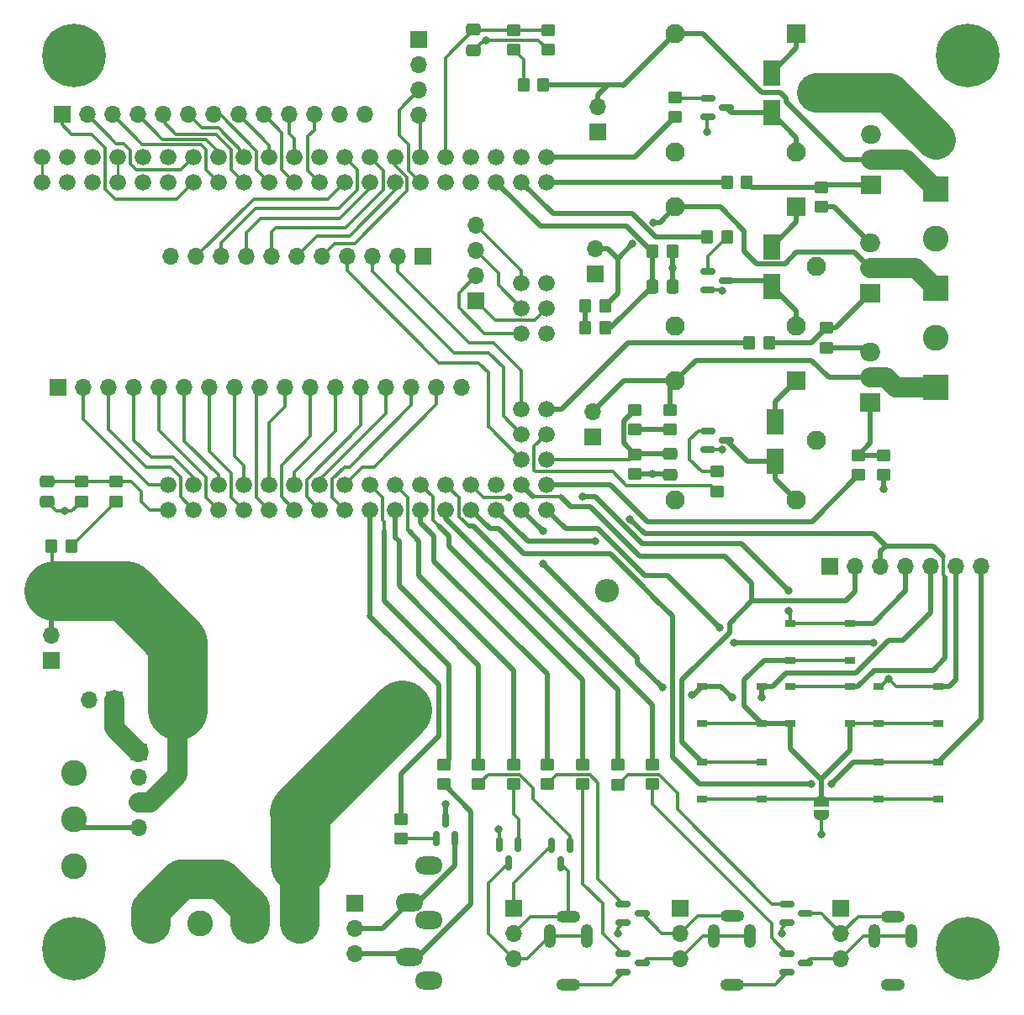
<source format=gbr>
%TF.GenerationSoftware,KiCad,Pcbnew,6.0.11-2627ca5db0~126~ubuntu22.04.1*%
%TF.CreationDate,2023-02-25T17:34:07+01:00*%
%TF.ProjectId,pyroDirector,7079726f-4469-4726-9563-746f722e6b69,rev?*%
%TF.SameCoordinates,Original*%
%TF.FileFunction,Copper,L1,Top*%
%TF.FilePolarity,Positive*%
%FSLAX46Y46*%
G04 Gerber Fmt 4.6, Leading zero omitted, Abs format (unit mm)*
G04 Created by KiCad (PCBNEW 6.0.11-2627ca5db0~126~ubuntu22.04.1) date 2023-02-25 17:34:07*
%MOMM*%
%LPD*%
G01*
G04 APERTURE LIST*
G04 Aperture macros list*
%AMRoundRect*
0 Rectangle with rounded corners*
0 $1 Rounding radius*
0 $2 $3 $4 $5 $6 $7 $8 $9 X,Y pos of 4 corners*
0 Add a 4 corners polygon primitive as box body*
4,1,4,$2,$3,$4,$5,$6,$7,$8,$9,$2,$3,0*
0 Add four circle primitives for the rounded corners*
1,1,$1+$1,$2,$3*
1,1,$1+$1,$4,$5*
1,1,$1+$1,$6,$7*
1,1,$1+$1,$8,$9*
0 Add four rect primitives between the rounded corners*
20,1,$1+$1,$2,$3,$4,$5,0*
20,1,$1+$1,$4,$5,$6,$7,0*
20,1,$1+$1,$6,$7,$8,$9,0*
20,1,$1+$1,$8,$9,$2,$3,0*%
%AMFreePoly0*
4,1,22,0.500000,-0.750000,0.000000,-0.750000,0.000000,-0.745033,-0.079941,-0.743568,-0.215256,-0.701293,-0.333266,-0.622738,-0.424486,-0.514219,-0.481581,-0.384460,-0.499164,-0.250000,-0.500000,-0.250000,-0.500000,0.250000,-0.499164,0.250000,-0.499963,0.256109,-0.478152,0.396186,-0.417904,0.524511,-0.324060,0.630769,-0.204165,0.706417,-0.067858,0.745374,0.000000,0.744959,0.000000,0.750000,
0.500000,0.750000,0.500000,-0.750000,0.500000,-0.750000,$1*%
%AMFreePoly1*
4,1,20,0.000000,0.744959,0.073905,0.744508,0.209726,0.703889,0.328688,0.626782,0.421226,0.519385,0.479903,0.390333,0.500000,0.250000,0.500000,-0.250000,0.499851,-0.262216,0.476331,-0.402017,0.414519,-0.529596,0.319384,-0.634700,0.198574,-0.708877,0.061801,-0.746166,0.000000,-0.745033,0.000000,-0.750000,-0.500000,-0.750000,-0.500000,0.750000,0.000000,0.750000,0.000000,0.744959,
0.000000,0.744959,$1*%
G04 Aperture macros list end*
%TA.AperFunction,ComponentPad*%
%ADD10C,2.400000*%
%TD*%
%TA.AperFunction,ComponentPad*%
%ADD11O,2.400000X2.400000*%
%TD*%
%TA.AperFunction,ComponentPad*%
%ADD12O,2.416000X1.208000*%
%TD*%
%TA.AperFunction,ComponentPad*%
%ADD13O,1.208000X2.416000*%
%TD*%
%TA.AperFunction,ComponentPad*%
%ADD14O,2.800000X1.800000*%
%TD*%
%TA.AperFunction,ComponentPad*%
%ADD15R,2.600000X2.600000*%
%TD*%
%TA.AperFunction,ComponentPad*%
%ADD16C,2.600000*%
%TD*%
%TA.AperFunction,ComponentPad*%
%ADD17C,2.800000*%
%TD*%
%TA.AperFunction,SMDPad,CuDef*%
%ADD18R,1.000000X0.750000*%
%TD*%
%TA.AperFunction,SMDPad,CuDef*%
%ADD19RoundRect,0.250000X0.450000X-0.350000X0.450000X0.350000X-0.450000X0.350000X-0.450000X-0.350000X0*%
%TD*%
%TA.AperFunction,ComponentPad*%
%ADD20R,1.700000X1.700000*%
%TD*%
%TA.AperFunction,ComponentPad*%
%ADD21O,1.700000X1.700000*%
%TD*%
%TA.AperFunction,SMDPad,CuDef*%
%ADD22RoundRect,0.250000X-0.450000X0.350000X-0.450000X-0.350000X0.450000X-0.350000X0.450000X0.350000X0*%
%TD*%
%TA.AperFunction,SMDPad,CuDef*%
%ADD23RoundRect,0.250000X-0.350000X-0.450000X0.350000X-0.450000X0.350000X0.450000X-0.350000X0.450000X0*%
%TD*%
%TA.AperFunction,SMDPad,CuDef*%
%ADD24RoundRect,0.150000X-0.587500X-0.150000X0.587500X-0.150000X0.587500X0.150000X-0.587500X0.150000X0*%
%TD*%
%TA.AperFunction,SMDPad,CuDef*%
%ADD25RoundRect,0.150000X0.150000X-0.587500X0.150000X0.587500X-0.150000X0.587500X-0.150000X-0.587500X0*%
%TD*%
%TA.AperFunction,ComponentPad*%
%ADD26R,2.000000X1.905000*%
%TD*%
%TA.AperFunction,ComponentPad*%
%ADD27O,2.000000X1.905000*%
%TD*%
%TA.AperFunction,ComponentPad*%
%ADD28C,0.800000*%
%TD*%
%TA.AperFunction,ComponentPad*%
%ADD29C,6.400000*%
%TD*%
%TA.AperFunction,SMDPad,CuDef*%
%ADD30RoundRect,0.250000X-0.337500X-0.475000X0.337500X-0.475000X0.337500X0.475000X-0.337500X0.475000X0*%
%TD*%
%TA.AperFunction,SMDPad,CuDef*%
%ADD31RoundRect,0.250000X-0.475000X0.337500X-0.475000X-0.337500X0.475000X-0.337500X0.475000X0.337500X0*%
%TD*%
%TA.AperFunction,SMDPad,CuDef*%
%ADD32RoundRect,0.250000X0.350000X0.450000X-0.350000X0.450000X-0.350000X-0.450000X0.350000X-0.450000X0*%
%TD*%
%TA.AperFunction,SMDPad,CuDef*%
%ADD33RoundRect,0.150000X-0.150000X0.587500X-0.150000X-0.587500X0.150000X-0.587500X0.150000X0.587500X0*%
%TD*%
%TA.AperFunction,SMDPad,CuDef*%
%ADD34R,1.800000X2.500000*%
%TD*%
%TA.AperFunction,SMDPad,CuDef*%
%ADD35FreePoly0,270.000000*%
%TD*%
%TA.AperFunction,SMDPad,CuDef*%
%ADD36FreePoly1,270.000000*%
%TD*%
%TA.AperFunction,ComponentPad*%
%ADD37R,1.950000X1.950000*%
%TD*%
%TA.AperFunction,ComponentPad*%
%ADD38C,1.950000*%
%TD*%
%TA.AperFunction,ComponentPad*%
%ADD39C,1.676400*%
%TD*%
%TA.AperFunction,ViaPad*%
%ADD40C,0.800000*%
%TD*%
%TA.AperFunction,Conductor*%
%ADD41C,0.300000*%
%TD*%
%TA.AperFunction,Conductor*%
%ADD42C,0.500000*%
%TD*%
%TA.AperFunction,Conductor*%
%ADD43C,4.000000*%
%TD*%
%TA.AperFunction,Conductor*%
%ADD44C,6.000000*%
%TD*%
%TA.AperFunction,Conductor*%
%ADD45C,2.000000*%
%TD*%
%TA.AperFunction,Conductor*%
%ADD46C,0.250000*%
%TD*%
G04 APERTURE END LIST*
D10*
%TO.P,R6,1*%
%TO.N,+12V*%
X99585000Y-101500000D03*
D11*
%TO.P,R6,2*%
%TO.N,12V_LTD*%
X155465000Y-101500000D03*
%TD*%
D12*
%TO.P,J19,1*%
%TO.N,GND*%
X184215300Y-141200000D03*
D13*
%TO.P,J19,2*%
%TO.N,Net-(J18-Pad3)*%
X186065300Y-136300000D03*
%TO.P,J19,3*%
X182365300Y-136300000D03*
D12*
%TO.P,J19,4*%
%TO.N,Net-(J18-Pad2)*%
X184215300Y-134300000D03*
%TD*%
%TO.P,J17,1*%
%TO.N,GND*%
X168004100Y-141173600D03*
D13*
%TO.P,J17,2*%
%TO.N,Net-(J16-Pad3)*%
X169854100Y-136273600D03*
%TO.P,J17,3*%
X166154100Y-136273600D03*
D12*
%TO.P,J17,4*%
%TO.N,Net-(J16-Pad2)*%
X168004100Y-134273600D03*
%TD*%
%TO.P,J15,1*%
%TO.N,GND*%
X151500000Y-141200000D03*
D13*
%TO.P,J15,2*%
%TO.N,Net-(J14-Pad3)*%
X153350000Y-136300000D03*
%TO.P,J15,3*%
X149650000Y-136300000D03*
D12*
%TO.P,J15,4*%
%TO.N,Net-(J14-Pad2)*%
X151500000Y-134300000D03*
%TD*%
D14*
%TO.P,J2,R*%
%TO.N,Net-(J1-Pad2)*%
X135500000Y-132900000D03*
%TO.P,J2,RN*%
%TO.N,N/C*%
X137500000Y-134700000D03*
%TO.P,J2,S*%
%TO.N,GND*%
X137500000Y-140800000D03*
%TO.P,J2,T*%
%TO.N,Net-(J1-Pad3)*%
X135500000Y-138400000D03*
%TO.P,J2,TN*%
%TO.N,N/C*%
X137500000Y-129200000D03*
%TD*%
D15*
%TO.P,J8,1,Pin_1*%
%TO.N,Net-(J8-Pad1)*%
X119430000Y-135050000D03*
D16*
%TO.P,J8,2,Pin_2*%
%TO.N,Net-(F1-Pad1)*%
X124430000Y-135050000D03*
%TD*%
%TO.P,J9,2,Pin_2*%
%TO.N,GND*%
X114430000Y-135050000D03*
D15*
%TO.P,J9,1,Pin_1*%
%TO.N,Net-(J8-Pad1)*%
X109430000Y-135050000D03*
%TD*%
%TO.P,J23,1,Pin_1*%
%TO.N,Net-(J22-Pad2)*%
X188500000Y-81000000D03*
D16*
%TO.P,J23,2,Pin_2*%
%TO.N,Net-(J23-Pad2)*%
X188500000Y-76000000D03*
%TD*%
D15*
%TO.P,J21,1,Pin_1*%
%TO.N,Net-(J20-Pad2)*%
X188500000Y-71000000D03*
D16*
%TO.P,J21,2,Pin_2*%
%TO.N,Net-(J21-Pad2)*%
X188500000Y-66000000D03*
%TD*%
D15*
%TO.P,J25,1,Pin_1*%
%TO.N,Net-(J24-Pad2)*%
X188500000Y-61000000D03*
D16*
%TO.P,J25,2,Pin_2*%
%TO.N,Net-(J25-Pad2)*%
X188500000Y-56000000D03*
%TD*%
D17*
%TO.P,F1,1*%
%TO.N,Net-(F1-Pad1)*%
X134800000Y-113500000D03*
%TO.P,F1,2*%
%TO.N,+12V*%
X112200000Y-113500000D03*
%TD*%
D18*
%TO.P,S5,A*%
%TO.N,/BTN_RIGHT*%
X182780000Y-111125000D03*
%TO.P,S5,B*%
X188780000Y-111125000D03*
%TO.P,S5,C*%
%TO.N,Net-(JP1-Pad1)*%
X182780000Y-114875000D03*
%TO.P,S5,D*%
X188780000Y-114875000D03*
%TD*%
D19*
%TO.P,R4,1*%
%TO.N,Net-(Q1-Pad1)*%
X134662500Y-126500000D03*
%TO.P,R4,2*%
%TO.N,/TRIGGER_LED*%
X134662500Y-124500000D03*
%TD*%
D20*
%TO.P,J12,1,Pin_1*%
%TO.N,/LED_1*%
X100525000Y-53500000D03*
D21*
%TO.P,J12,2,Pin_2*%
%TO.N,/LED_2*%
X103065000Y-53500000D03*
%TO.P,J12,3,Pin_3*%
%TO.N,/LED_3*%
X105605000Y-53500000D03*
%TO.P,J12,4,Pin_4*%
%TO.N,/LED_4*%
X108145000Y-53500000D03*
%TO.P,J12,5,Pin_5*%
%TO.N,/LED_5*%
X110685000Y-53500000D03*
%TO.P,J12,6,Pin_6*%
%TO.N,/LED_6*%
X113225000Y-53500000D03*
%TO.P,J12,7,Pin_7*%
%TO.N,/LED_7*%
X115765000Y-53500000D03*
%TO.P,J12,8,Pin_8*%
%TO.N,/LED_8*%
X118305000Y-53500000D03*
%TO.P,J12,9,Pin_9*%
%TO.N,/LED_9*%
X120845000Y-53500000D03*
%TO.P,J12,10,Pin_10*%
%TO.N,/LED_10*%
X123385000Y-53500000D03*
%TO.P,J12,11,Pin_11*%
%TO.N,/LED_G*%
X125925000Y-53500000D03*
%TO.P,J12,12,Pin_12*%
%TO.N,+5V*%
X128465000Y-53500000D03*
%TO.P,J12,13,Pin_13*%
%TO.N,GND*%
X131005000Y-53500000D03*
%TD*%
D20*
%TO.P,J14,1,Pin_1*%
%TO.N,GND*%
X146000000Y-133475000D03*
D21*
%TO.P,J14,2,Pin_2*%
%TO.N,Net-(J14-Pad2)*%
X146000000Y-136015000D03*
%TO.P,J14,3,Pin_3*%
%TO.N,Net-(J14-Pad3)*%
X146000000Y-138555000D03*
%TD*%
D22*
%TO.P,R30,1*%
%TO.N,/SENSE_0*%
X149500000Y-45000000D03*
%TO.P,R30,2*%
%TO.N,GND*%
X149500000Y-47000000D03*
%TD*%
D23*
%TO.P,R13,1*%
%TO.N,/PRIME_1*%
X165500000Y-65820000D03*
%TO.P,R13,2*%
%TO.N,Net-(Q8-Pad1)*%
X167500000Y-65820000D03*
%TD*%
D20*
%TO.P,J6,1,Pin_1*%
%TO.N,GND*%
X99500000Y-108500000D03*
D21*
%TO.P,J6,2,Pin_2*%
%TO.N,+12V*%
X99500000Y-105960000D03*
%TD*%
D24*
%TO.P,Q8,1,B*%
%TO.N,Net-(Q8-Pad1)*%
X165562500Y-69300000D03*
%TO.P,Q8,2,E*%
%TO.N,GND*%
X165562500Y-71200000D03*
%TO.P,Q8,3,C*%
%TO.N,Net-(D1-Pad2)*%
X167437500Y-70250000D03*
%TD*%
D19*
%TO.P,R8,1*%
%TO.N,Net-(Q3-Pad1)*%
X146000000Y-121000000D03*
%TO.P,R8,2*%
%TO.N,/SHUTTER_CAM_0*%
X146000000Y-119000000D03*
%TD*%
%TO.P,R5,1*%
%TO.N,Net-(J1-Pad3)*%
X139000000Y-121000000D03*
%TO.P,R5,2*%
%TO.N,/TRIGGER*%
X139000000Y-119000000D03*
%TD*%
D25*
%TO.P,Q1,1,B*%
%TO.N,Net-(Q1-Pad1)*%
X138212500Y-126437500D03*
%TO.P,Q1,2,E*%
%TO.N,Net-(J1-Pad2)*%
X140112500Y-126437500D03*
%TO.P,Q1,3,C*%
%TO.N,+5V*%
X139162500Y-124562500D03*
%TD*%
D22*
%TO.P,R3,1*%
%TO.N,/BATT_SENSE*%
X102500000Y-90500000D03*
%TO.P,R3,2*%
%TO.N,GND*%
X102500000Y-92500000D03*
%TD*%
D20*
%TO.P,J3,1,Pin_1*%
%TO.N,GND*%
X100175000Y-81000000D03*
D21*
%TO.P,J3,2,Pin_2*%
%TO.N,/A1*%
X102715000Y-81000000D03*
%TO.P,J3,3,Pin_3*%
%TO.N,/A2*%
X105255000Y-81000000D03*
%TO.P,J3,4,Pin_4*%
%TO.N,/A3*%
X107795000Y-81000000D03*
%TO.P,J3,5,Pin_5*%
%TO.N,/A4*%
X110335000Y-81000000D03*
%TO.P,J3,6,Pin_6*%
%TO.N,/A5*%
X112875000Y-81000000D03*
%TO.P,J3,7,Pin_7*%
%TO.N,/A6*%
X115415000Y-81000000D03*
%TO.P,J3,8,Pin_8*%
%TO.N,/A7*%
X117955000Y-81000000D03*
%TO.P,J3,9,Pin_9*%
%TO.N,/A8*%
X120495000Y-81000000D03*
%TO.P,J3,10,Pin_10*%
%TO.N,/A9*%
X123035000Y-81000000D03*
%TO.P,J3,11,Pin_11*%
%TO.N,/A10*%
X125575000Y-81000000D03*
%TO.P,J3,12,Pin_12*%
%TO.N,/A11*%
X128115000Y-81000000D03*
%TO.P,J3,13,Pin_13*%
%TO.N,/A12*%
X130655000Y-81000000D03*
%TO.P,J3,14,Pin_14*%
%TO.N,/A13*%
X133195000Y-81000000D03*
%TO.P,J3,15,Pin_15*%
%TO.N,/A14*%
X135735000Y-81000000D03*
%TO.P,J3,16,Pin_16*%
%TO.N,/A15*%
X138275000Y-81000000D03*
%TO.P,J3,17,Pin_17*%
%TO.N,+5V*%
X140815000Y-81000000D03*
%TD*%
D20*
%TO.P,J7,1,Pin_1*%
%TO.N,/MOSI*%
X142250000Y-72300000D03*
D21*
%TO.P,J7,2,Pin_2*%
%TO.N,/MISO*%
X142250000Y-69760000D03*
%TO.P,J7,3,Pin_3*%
%TO.N,/SCK*%
X142250000Y-67220000D03*
%TO.P,J7,4,Pin_4*%
%TO.N,/RST*%
X142250000Y-64680000D03*
%TD*%
D23*
%TO.P,R16,1*%
%TO.N,Net-(R14-Pad2)*%
X153250000Y-75000000D03*
%TO.P,R16,2*%
%TO.N,/SENSE_1*%
X155250000Y-75000000D03*
%TD*%
D26*
%TO.P,Q11,1,G*%
%TO.N,Net-(Q11-Pad1)*%
X181945000Y-82540000D03*
D27*
%TO.P,Q11,2,D*%
%TO.N,Net-(J22-Pad2)*%
X181945000Y-80000000D03*
%TO.P,Q11,3,S*%
%TO.N,GND*%
X181945000Y-77460000D03*
%TD*%
D24*
%TO.P,Q7,1,B*%
%TO.N,Net-(Q7-Pad1)*%
X173562500Y-138050000D03*
%TO.P,Q7,2,E*%
%TO.N,GND*%
X173562500Y-139950000D03*
%TO.P,Q7,3,C*%
%TO.N,Net-(J18-Pad3)*%
X175437500Y-139000000D03*
%TD*%
D19*
%TO.P,R28,1*%
%TO.N,Net-(R26-Pad2)*%
X146000000Y-47000000D03*
%TO.P,R28,2*%
%TO.N,/SENSE_0*%
X146000000Y-45000000D03*
%TD*%
D23*
%TO.P,R1,1*%
%TO.N,+12V*%
X99500000Y-97000000D03*
%TO.P,R1,2*%
%TO.N,Net-(R1-Pad2)*%
X101500000Y-97000000D03*
%TD*%
D28*
%TO.P,H3,1,1*%
%TO.N,GND*%
X100052944Y-45852944D03*
X101750000Y-49950000D03*
X104150000Y-47550000D03*
D29*
X101750000Y-47550000D03*
D28*
X103447056Y-49247056D03*
X101750000Y-45150000D03*
X99350000Y-47550000D03*
X100052944Y-49247056D03*
X103447056Y-45852944D03*
%TD*%
D19*
%TO.P,R12,1*%
%TO.N,Net-(Q7-Pad1)*%
X160000000Y-121000000D03*
%TO.P,R12,2*%
%TO.N,/SHUTTER_CAM_2*%
X160000000Y-119000000D03*
%TD*%
D30*
%TO.P,C2,1*%
%TO.N,/SENSE_1*%
X159962500Y-70820000D03*
%TO.P,C2,2*%
%TO.N,GND*%
X162037500Y-70820000D03*
%TD*%
D20*
%TO.P,J22,1,Pin_1*%
%TO.N,12V_LTD*%
X154000000Y-86025000D03*
D21*
%TO.P,J22,2,Pin_2*%
%TO.N,Net-(J22-Pad2)*%
X154000000Y-83485000D03*
%TD*%
D26*
%TO.P,Q9,1,G*%
%TO.N,Net-(Q9-Pad1)*%
X181945000Y-71540000D03*
D27*
%TO.P,Q9,2,D*%
%TO.N,Net-(J20-Pad2)*%
X181945000Y-69000000D03*
%TO.P,Q9,3,S*%
%TO.N,GND*%
X181945000Y-66460000D03*
%TD*%
D28*
%TO.P,H4,1,1*%
%TO.N,GND*%
X190052944Y-49247056D03*
X191750000Y-49950000D03*
X194150000Y-47550000D03*
X193447056Y-45852944D03*
X190052944Y-45852944D03*
X191750000Y-45150000D03*
D29*
X191750000Y-47550000D03*
D28*
X189350000Y-47550000D03*
X193447056Y-49247056D03*
%TD*%
D31*
%TO.P,C3,1*%
%TO.N,/SENSE_2*%
X161750000Y-87712500D03*
%TO.P,C3,2*%
%TO.N,GND*%
X161750000Y-89787500D03*
%TD*%
D20*
%TO.P,J10,1,Pin_1*%
%TO.N,GND*%
X177875000Y-99000000D03*
D21*
%TO.P,J10,2,Pin_2*%
%TO.N,/BTN_CNCL*%
X180415000Y-99000000D03*
%TO.P,J10,3,Pin_3*%
%TO.N,/BTN_DOWN*%
X182955000Y-99000000D03*
%TO.P,J10,4,Pin_4*%
%TO.N,/BTN_UP*%
X185495000Y-99000000D03*
%TO.P,J10,5,Pin_5*%
%TO.N,/BTN_LEFT*%
X188035000Y-99000000D03*
%TO.P,J10,6,Pin_6*%
%TO.N,/BTN_RIGHT*%
X190575000Y-99000000D03*
%TO.P,J10,7,Pin_7*%
%TO.N,/BTN_OK*%
X193115000Y-99000000D03*
%TD*%
D31*
%TO.P,C1,1*%
%TO.N,/BATT_SENSE*%
X99000000Y-90462500D03*
%TO.P,C1,2*%
%TO.N,GND*%
X99000000Y-92537500D03*
%TD*%
D20*
%TO.P,J16,1,Pin_1*%
%TO.N,GND*%
X162788800Y-133475000D03*
D21*
%TO.P,J16,2,Pin_2*%
%TO.N,Net-(J16-Pad2)*%
X162788800Y-136015000D03*
%TO.P,J16,3,Pin_3*%
%TO.N,Net-(J16-Pad3)*%
X162788800Y-138555000D03*
%TD*%
D22*
%TO.P,R7,1*%
%TO.N,/PRE_CAM_0*%
X142500000Y-119000000D03*
%TO.P,R7,2*%
%TO.N,Net-(Q2-Pad1)*%
X142500000Y-121000000D03*
%TD*%
%TO.P,R20,1*%
%TO.N,Net-(J22-Pad2)*%
X161750000Y-83250000D03*
%TO.P,R20,2*%
%TO.N,Net-(R20-Pad2)*%
X161750000Y-85250000D03*
%TD*%
D24*
%TO.P,Q12,1,B*%
%TO.N,Net-(Q12-Pad1)*%
X165562500Y-51870000D03*
%TO.P,Q12,2,E*%
%TO.N,GND*%
X165562500Y-53770000D03*
%TO.P,Q12,3,C*%
%TO.N,Net-(D3-Pad2)*%
X167437500Y-52820000D03*
%TD*%
D31*
%TO.P,C4,1*%
%TO.N,/SENSE_0*%
X142000000Y-44962500D03*
%TO.P,C4,2*%
%TO.N,GND*%
X142000000Y-47037500D03*
%TD*%
D23*
%TO.P,R18,1*%
%TO.N,/SENSE_1*%
X160000000Y-67320000D03*
%TO.P,R18,2*%
%TO.N,GND*%
X162000000Y-67320000D03*
%TD*%
D19*
%TO.P,R21,1*%
%TO.N,/FIRE_2*%
X180750000Y-89820000D03*
%TO.P,R21,2*%
%TO.N,Net-(Q11-Pad1)*%
X180750000Y-87820000D03*
%TD*%
D26*
%TO.P,Q13,1,G*%
%TO.N,Net-(Q13-Pad1)*%
X182000000Y-60580000D03*
D27*
%TO.P,Q13,2,D*%
%TO.N,Net-(J24-Pad2)*%
X182000000Y-58040000D03*
%TO.P,Q13,3,S*%
%TO.N,GND*%
X182000000Y-55500000D03*
%TD*%
D20*
%TO.P,J13,1,Pin_1*%
%TO.N,GND*%
X136500000Y-45950000D03*
D21*
%TO.P,J13,2,Pin_2*%
%TO.N,+5V*%
X136500000Y-48490000D03*
%TO.P,J13,3,Pin_3*%
%TO.N,/DISP_SDA*%
X136500000Y-51030000D03*
%TO.P,J13,4,Pin_4*%
%TO.N,/DISP_SCL*%
X136500000Y-53570000D03*
%TD*%
D20*
%TO.P,J4,1,Pin_1*%
%TO.N,+5V*%
X136875000Y-67818000D03*
D21*
%TO.P,J4,2,Pin_2*%
%TO.N,/D53*%
X134335000Y-67818000D03*
%TO.P,J4,3,Pin_3*%
%TO.N,/D51*%
X131795000Y-67818000D03*
%TO.P,J4,4,Pin_4*%
%TO.N,/D49*%
X129255000Y-67818000D03*
%TO.P,J4,5,Pin_5*%
%TO.N,/D19*%
X126715000Y-67818000D03*
%TO.P,J4,6,Pin_6*%
%TO.N,/D18*%
X124175000Y-67818000D03*
%TO.P,J4,7,Pin_7*%
%TO.N,/D17*%
X121635000Y-67818000D03*
%TO.P,J4,8,Pin_8*%
%TO.N,/D16*%
X119095000Y-67818000D03*
%TO.P,J4,9,Pin_9*%
%TO.N,/D15*%
X116555000Y-67818000D03*
%TO.P,J4,10,Pin_10*%
%TO.N,/D14*%
X114015000Y-67818000D03*
%TO.P,J4,11,Pin_11*%
%TO.N,GND*%
X111475000Y-67818000D03*
%TD*%
D28*
%TO.P,H1,1,1*%
%TO.N,GND*%
X190052944Y-135852944D03*
D29*
X191750000Y-137550000D03*
D28*
X194150000Y-137550000D03*
X191750000Y-135150000D03*
X189350000Y-137550000D03*
X191750000Y-139950000D03*
X190052944Y-139247056D03*
X193447056Y-135852944D03*
X193447056Y-139247056D03*
%TD*%
D32*
%TO.P,R14,1*%
%TO.N,Net-(J20-Pad2)*%
X155250000Y-72750000D03*
%TO.P,R14,2*%
%TO.N,Net-(R14-Pad2)*%
X153250000Y-72750000D03*
%TD*%
D19*
%TO.P,R22,1*%
%TO.N,Net-(R20-Pad2)*%
X158250000Y-85250000D03*
%TO.P,R22,2*%
%TO.N,/SENSE_2*%
X158250000Y-83250000D03*
%TD*%
D24*
%TO.P,Q10,1,B*%
%TO.N,Net-(Q10-Pad1)*%
X165562500Y-85370000D03*
%TO.P,Q10,2,E*%
%TO.N,GND*%
X165562500Y-87270000D03*
%TO.P,Q10,3,C*%
%TO.N,Net-(D2-Pad2)*%
X167437500Y-86320000D03*
%TD*%
D33*
%TO.P,Q3,1,B*%
%TO.N,Net-(Q3-Pad1)*%
X146450000Y-127062500D03*
%TO.P,Q3,2,E*%
%TO.N,GND*%
X144550000Y-127062500D03*
%TO.P,Q3,3,C*%
%TO.N,Net-(J14-Pad3)*%
X145500000Y-128937500D03*
%TD*%
%TO.P,Q2,1,B*%
%TO.N,Net-(Q2-Pad1)*%
X151700000Y-127125000D03*
%TO.P,Q2,2,E*%
%TO.N,GND*%
X149800000Y-127125000D03*
%TO.P,Q2,3,C*%
%TO.N,Net-(J14-Pad2)*%
X150750000Y-129000000D03*
%TD*%
D32*
%TO.P,R26,1*%
%TO.N,Net-(J24-Pad2)*%
X149000000Y-50500000D03*
%TO.P,R26,2*%
%TO.N,Net-(R26-Pad2)*%
X147000000Y-50500000D03*
%TD*%
D34*
%TO.P,D2,1,K*%
%TO.N,+5V*%
X172388820Y-84432800D03*
%TO.P,D2,2,A*%
%TO.N,Net-(D2-Pad2)*%
X172388820Y-88432800D03*
%TD*%
D22*
%TO.P,R17,1*%
%TO.N,Net-(Q9-Pad1)*%
X177500000Y-75000000D03*
%TO.P,R17,2*%
%TO.N,GND*%
X177500000Y-77000000D03*
%TD*%
%TO.P,R24,1*%
%TO.N,/SENSE_2*%
X158250000Y-87750000D03*
%TO.P,R24,2*%
%TO.N,GND*%
X158250000Y-89750000D03*
%TD*%
D23*
%TO.P,R27,1*%
%TO.N,/FIRE_0*%
X167500000Y-60370000D03*
%TO.P,R27,2*%
%TO.N,Net-(Q13-Pad1)*%
X169500000Y-60370000D03*
%TD*%
D24*
%TO.P,Q5,1,B*%
%TO.N,Net-(Q5-Pad1)*%
X157062500Y-138050000D03*
%TO.P,Q5,2,E*%
%TO.N,GND*%
X157062500Y-139950000D03*
%TO.P,Q5,3,C*%
%TO.N,Net-(J16-Pad3)*%
X158937500Y-139000000D03*
%TD*%
D18*
%TO.P,S3,A*%
%TO.N,/BTN_UP*%
X173890000Y-104775000D03*
%TO.P,S3,B*%
X179890000Y-104775000D03*
%TO.P,S3,C*%
%TO.N,Net-(JP1-Pad1)*%
X173890000Y-108525000D03*
%TO.P,S3,D*%
X179890000Y-108525000D03*
%TD*%
D19*
%TO.P,R25,1*%
%TO.N,/PRIME_0*%
X162250000Y-53750000D03*
%TO.P,R25,2*%
%TO.N,Net-(Q12-Pad1)*%
X162250000Y-51750000D03*
%TD*%
D18*
%TO.P,S1,A*%
%TO.N,/BTN_CNCL*%
X165000000Y-118745000D03*
%TO.P,S1,B*%
X171000000Y-118745000D03*
%TO.P,S1,C*%
%TO.N,Net-(JP1-Pad1)*%
X165000000Y-122495000D03*
%TO.P,S1,D*%
X171000000Y-122495000D03*
%TD*%
%TO.P,S6,A*%
%TO.N,/BTN_OK*%
X182780000Y-118745000D03*
%TO.P,S6,B*%
X188780000Y-118745000D03*
%TO.P,S6,C*%
%TO.N,Net-(JP1-Pad1)*%
X182780000Y-122495000D03*
%TO.P,S6,D*%
X188780000Y-122495000D03*
%TD*%
D28*
%TO.P,H2,1,1*%
%TO.N,GND*%
X104150000Y-137550000D03*
X103447056Y-135852944D03*
X100052944Y-139247056D03*
X101750000Y-139950000D03*
X103447056Y-139247056D03*
D29*
X101750000Y-137550000D03*
D28*
X100052944Y-135852944D03*
X101750000Y-135150000D03*
X99350000Y-137550000D03*
%TD*%
D35*
%TO.P,JP1,1,A*%
%TO.N,Net-(JP1-Pad1)*%
X177000000Y-122750000D03*
D36*
%TO.P,JP1,2,B*%
%TO.N,GND*%
X177000000Y-124050000D03*
%TD*%
D22*
%TO.P,R11,1*%
%TO.N,/PRE_CAM_2*%
X156500000Y-119050000D03*
%TO.P,R11,2*%
%TO.N,Net-(Q6-Pad1)*%
X156500000Y-121050000D03*
%TD*%
D20*
%TO.P,J1,1,Pin_1*%
%TO.N,GND*%
X130000000Y-133000000D03*
D21*
%TO.P,J1,2,Pin_2*%
%TO.N,Net-(J1-Pad2)*%
X130000000Y-135540000D03*
%TO.P,J1,3,Pin_3*%
%TO.N,Net-(J1-Pad3)*%
X130000000Y-138080000D03*
%TD*%
D22*
%TO.P,R9,1*%
%TO.N,/PRE_CAM_1*%
X149375000Y-119000000D03*
%TO.P,R9,2*%
%TO.N,Net-(Q4-Pad1)*%
X149375000Y-121000000D03*
%TD*%
D18*
%TO.P,S2,A*%
%TO.N,/BTN_DOWN*%
X173890000Y-111125000D03*
%TO.P,S2,B*%
X179890000Y-111125000D03*
%TO.P,S2,C*%
%TO.N,Net-(JP1-Pad1)*%
X173890000Y-114875000D03*
%TO.P,S2,D*%
X179890000Y-114875000D03*
%TD*%
D34*
%TO.P,D1,1,K*%
%TO.N,+5V*%
X172000000Y-66830000D03*
%TO.P,D1,2,A*%
%TO.N,Net-(D1-Pad2)*%
X172000000Y-70830000D03*
%TD*%
D18*
%TO.P,S4,A*%
%TO.N,/BTN_LEFT*%
X165000000Y-111125000D03*
%TO.P,S4,B*%
X171000000Y-111125000D03*
%TO.P,S4,C*%
%TO.N,Net-(JP1-Pad1)*%
X165000000Y-114875000D03*
%TO.P,S4,D*%
X171000000Y-114875000D03*
%TD*%
D20*
%TO.P,J20,1,Pin_1*%
%TO.N,12V_LTD*%
X154250000Y-69525000D03*
D21*
%TO.P,J20,2,Pin_2*%
%TO.N,Net-(J20-Pad2)*%
X154250000Y-66985000D03*
%TD*%
D19*
%TO.P,R10,1*%
%TO.N,Net-(Q5-Pad1)*%
X153000000Y-121000000D03*
%TO.P,R10,2*%
%TO.N,/SHUTTER_CAM_1*%
X153000000Y-119000000D03*
%TD*%
D34*
%TO.P,D3,1,K*%
%TO.N,+5V*%
X172000000Y-49320000D03*
%TO.P,D3,2,A*%
%TO.N,Net-(D3-Pad2)*%
X172000000Y-53320000D03*
%TD*%
D22*
%TO.P,R23,1*%
%TO.N,Net-(Q11-Pad1)*%
X183250000Y-87820000D03*
%TO.P,R23,2*%
%TO.N,GND*%
X183250000Y-89820000D03*
%TD*%
D20*
%TO.P,JP2,1,A*%
%TO.N,/VO+*%
X105775000Y-112500000D03*
D21*
%TO.P,JP2,2,B*%
%TO.N,+5V*%
X103235000Y-112500000D03*
%TD*%
D24*
%TO.P,Q4,1,B*%
%TO.N,Net-(Q4-Pad1)*%
X157062500Y-133050000D03*
%TO.P,Q4,2,E*%
%TO.N,GND*%
X157062500Y-134950000D03*
%TO.P,Q4,3,C*%
%TO.N,Net-(J16-Pad2)*%
X158937500Y-134000000D03*
%TD*%
D19*
%TO.P,R19,1*%
%TO.N,/PRIME_2*%
X166500000Y-91500000D03*
%TO.P,R19,2*%
%TO.N,Net-(Q10-Pad1)*%
X166500000Y-89500000D03*
%TD*%
D24*
%TO.P,Q6,1,B*%
%TO.N,Net-(Q6-Pad1)*%
X173562500Y-133050000D03*
%TO.P,Q6,2,E*%
%TO.N,GND*%
X173562500Y-134950000D03*
%TO.P,Q6,3,C*%
%TO.N,Net-(J18-Pad2)*%
X175437500Y-134000000D03*
%TD*%
D19*
%TO.P,R2,1*%
%TO.N,Net-(R1-Pad2)*%
X106000000Y-92500000D03*
%TO.P,R2,2*%
%TO.N,/BATT_SENSE*%
X106000000Y-90500000D03*
%TD*%
D20*
%TO.P,J18,1,Pin_1*%
%TO.N,GND*%
X179000000Y-133475000D03*
D21*
%TO.P,J18,2,Pin_2*%
%TO.N,Net-(J18-Pad2)*%
X179000000Y-136015000D03*
%TO.P,J18,3,Pin_3*%
%TO.N,Net-(J18-Pad3)*%
X179000000Y-138555000D03*
%TD*%
D23*
%TO.P,R15,1*%
%TO.N,/FIRE_1*%
X169750000Y-76500000D03*
%TO.P,R15,2*%
%TO.N,Net-(Q9-Pad1)*%
X171750000Y-76500000D03*
%TD*%
D20*
%TO.P,J24,1,Pin_1*%
%TO.N,12V_LTD*%
X154500000Y-55275000D03*
D21*
%TO.P,J24,2,Pin_2*%
%TO.N,Net-(J24-Pad2)*%
X154500000Y-52735000D03*
%TD*%
D16*
%TO.P,SW1,1,A*%
%TO.N,unconnected-(SW1-Pad1)*%
X101750000Y-119850000D03*
%TO.P,SW1,2,B*%
%TO.N,/EN*%
X101750000Y-124550000D03*
%TO.P,SW1,3,C*%
%TO.N,GND*%
X101750000Y-129250000D03*
%TD*%
D22*
%TO.P,R29,1*%
%TO.N,Net-(Q13-Pad1)*%
X177000000Y-60820000D03*
%TO.P,R29,2*%
%TO.N,GND*%
X177000000Y-62820000D03*
%TD*%
D37*
%TO.P,K2,A1,Coil_1*%
%TO.N,+5V*%
X174500000Y-80330000D03*
D38*
%TO.P,K2,A2,Coil_2*%
%TO.N,Net-(D2-Pad2)*%
X174500000Y-92330000D03*
%TO.P,K2,COM,COM*%
%TO.N,Net-(J23-Pad2)*%
X176500000Y-86330000D03*
%TO.P,K2,NC,NC*%
%TO.N,Net-(J22-Pad2)*%
X162300000Y-80330000D03*
%TO.P,K2,NO,NO*%
%TO.N,12V_LTD*%
X162300000Y-92330000D03*
%TD*%
D39*
%TO.P,U1,3V3_1,3V3*%
%TO.N,unconnected-(U1-Pad3V3_1)*%
X106170000Y-57770000D03*
%TO.P,U1,3V3_2,3V3*%
X106170000Y-60310000D03*
%TO.P,U1,5V_1,5V*%
%TO.N,+5V*%
X103630000Y-57770000D03*
%TO.P,U1,5V_2,5V*%
X103630000Y-60310000D03*
%TO.P,U1,5V_3,5V*%
X149350000Y-75550000D03*
%TO.P,U1,A0,A0*%
%TO.N,/BATT_SENSE*%
X111250000Y-93330000D03*
%TO.P,U1,A1,A1*%
%TO.N,/A1*%
X111250000Y-90790000D03*
%TO.P,U1,A2,A2*%
%TO.N,/A2*%
X113790000Y-93330000D03*
%TO.P,U1,A3,A3*%
%TO.N,/A3*%
X113790000Y-90790000D03*
%TO.P,U1,A4,A4*%
%TO.N,/A4*%
X116330000Y-93330000D03*
%TO.P,U1,A5,A5*%
%TO.N,/A5*%
X116330000Y-90790000D03*
%TO.P,U1,A6,A6*%
%TO.N,/A6*%
X118870000Y-93330000D03*
%TO.P,U1,A7,A7*%
%TO.N,/A7*%
X118870000Y-90790000D03*
%TO.P,U1,A8,A8*%
%TO.N,/A8*%
X121410000Y-93330000D03*
%TO.P,U1,A9,A9*%
%TO.N,/A9*%
X121410000Y-90790000D03*
%TO.P,U1,A10,A10*%
%TO.N,/A10*%
X123950000Y-93330000D03*
%TO.P,U1,A11,A11*%
%TO.N,/A11*%
X123950000Y-90790000D03*
%TO.P,U1,A12,A12*%
%TO.N,/A12*%
X126490000Y-93330000D03*
%TO.P,U1,A13,A13*%
%TO.N,/A13*%
X126490000Y-90790000D03*
%TO.P,U1,A14,A14*%
%TO.N,/A14*%
X129030000Y-93330000D03*
%TO.P,U1,A15,A15*%
%TO.N,/A15*%
X129030000Y-90790000D03*
%TO.P,U1,AREF,AREF*%
%TO.N,unconnected-(U1-PadAREF)*%
X108710000Y-60310000D03*
%TO.P,U1,D2,D2*%
%TO.N,/LED_1*%
X113790000Y-60310000D03*
%TO.P,U1,D3,D3*%
%TO.N,/LED_2*%
X113790000Y-57770000D03*
%TO.P,U1,D4,D4*%
%TO.N,/LED_3*%
X116330000Y-60310000D03*
%TO.P,U1,D5,D5*%
%TO.N,/LED_4*%
X116330000Y-57770000D03*
%TO.P,U1,D6,D6*%
%TO.N,/LED_5*%
X118870000Y-60310000D03*
%TO.P,U1,D7,D7*%
%TO.N,/LED_6*%
X118870000Y-57770000D03*
%TO.P,U1,D8,D8*%
%TO.N,/LED_7*%
X121410000Y-60310000D03*
%TO.P,U1,D9,D9*%
%TO.N,/LED_8*%
X121410000Y-57770000D03*
%TO.P,U1,D10,D10*%
%TO.N,/LED_9*%
X123950000Y-60310000D03*
%TO.P,U1,D11,D11*%
%TO.N,/LED_10*%
X123950000Y-57770000D03*
%TO.P,U1,D12,D12*%
%TO.N,/LED_G*%
X126490000Y-60310000D03*
%TO.P,U1,D13,D13*%
%TO.N,unconnected-(U1-PadD13)*%
X126490000Y-57770000D03*
%TO.P,U1,D14,D14*%
%TO.N,/D14*%
X129030000Y-60310000D03*
%TO.P,U1,D15,D15*%
%TO.N,/D15*%
X129030000Y-57770000D03*
%TO.P,U1,D16,D16*%
%TO.N,/D16*%
X131570000Y-60310000D03*
%TO.P,U1,D17,D17*%
%TO.N,/D17*%
X131570000Y-57770000D03*
%TO.P,U1,D18,D18*%
%TO.N,/D18*%
X134110000Y-60310000D03*
%TO.P,U1,D19,D19*%
%TO.N,/D19*%
X134110000Y-57770000D03*
%TO.P,U1,D20,D20*%
%TO.N,/DISP_SDA*%
X136650000Y-60310000D03*
%TO.P,U1,D21,D21*%
%TO.N,/DISP_SCL*%
X136650000Y-57770000D03*
%TO.P,U1,D22,D22*%
%TO.N,unconnected-(U1-PadD22)*%
X139190000Y-60310000D03*
%TO.P,U1,D23,D23*%
%TO.N,/SENSE_0*%
X139190000Y-57770000D03*
%TO.P,U1,D24,D24*%
%TO.N,unconnected-(U1-PadD24)*%
X141730000Y-60310000D03*
%TO.P,U1,D25,D25*%
%TO.N,unconnected-(U1-PadD25)*%
X141730000Y-57770000D03*
%TO.P,U1,D26,D26*%
%TO.N,/SENSE_1*%
X144270000Y-60310000D03*
%TO.P,U1,D27,D27*%
%TO.N,unconnected-(U1-PadD27)*%
X144270000Y-57770000D03*
%TO.P,U1,D28,D28*%
%TO.N,/PRIME_1*%
X146810000Y-60310000D03*
%TO.P,U1,D29,D29*%
%TO.N,unconnected-(U1-PadD29)*%
X146810000Y-57770000D03*
%TO.P,U1,D30,D30*%
%TO.N,/FIRE_0*%
X149350000Y-60310000D03*
%TO.P,U1,D31,D31*%
%TO.N,/PRIME_0*%
X149350000Y-57770000D03*
%TO.P,U1,D32,D32*%
%TO.N,/TRIGGER_LED*%
X131570000Y-93330000D03*
%TO.P,U1,D33,D33*%
%TO.N,/TRIGGER*%
X131570000Y-90790000D03*
%TO.P,U1,D34,D34*%
%TO.N,/PRE_CAM_0*%
X134110000Y-93330000D03*
%TO.P,U1,D35,D35*%
%TO.N,/SHUTTER_CAM_0*%
X134110000Y-90790000D03*
%TO.P,U1,D36,D36*%
%TO.N,/PRE_CAM_1*%
X136650000Y-93330000D03*
%TO.P,U1,D37,D37*%
%TO.N,/SHUTTER_CAM_1*%
X136650000Y-90790000D03*
%TO.P,U1,D38,D38*%
%TO.N,/PRE_CAM_2*%
X139190000Y-93330000D03*
%TO.P,U1,D39,D39*%
%TO.N,/SHUTTER_CAM_2*%
X139190000Y-90790000D03*
%TO.P,U1,D40,D40*%
%TO.N,/BTN_OK*%
X141730000Y-93330000D03*
%TO.P,U1,D41,D41*%
%TO.N,/BTN_UP*%
X141730000Y-90790000D03*
%TO.P,U1,D42,D42*%
%TO.N,/BTN_DOWN*%
X144270000Y-93330000D03*
%TO.P,U1,D43,D43*%
%TO.N,unconnected-(U1-PadD43)*%
X144270000Y-90790000D03*
%TO.P,U1,D44,D44*%
%TO.N,/BTN_LEFT*%
X146810000Y-93330000D03*
%TO.P,U1,D45,D45*%
%TO.N,/BTN_CNCL*%
X146810000Y-90790000D03*
%TO.P,U1,D46,D46*%
%TO.N,/BTN_RIGHT*%
X149350000Y-93330000D03*
%TO.P,U1,D47,D47*%
%TO.N,/FIRE_2*%
X149350000Y-90790000D03*
%TO.P,U1,D48,D48*%
%TO.N,/SENSE_2*%
X149350000Y-88250000D03*
%TO.P,U1,D49,D49*%
%TO.N,/D49*%
X146810000Y-88250000D03*
%TO.P,U1,D50,D50*%
%TO.N,/PRIME_2*%
X149350000Y-85710000D03*
%TO.P,U1,D51,D51*%
%TO.N,/D51*%
X146810000Y-85710000D03*
%TO.P,U1,D52,D52*%
%TO.N,/FIRE_1*%
X149350000Y-83170000D03*
%TO.P,U1,D53,D53*%
%TO.N,/D53*%
X146810000Y-83170000D03*
%TO.P,U1,GND_1,GND*%
%TO.N,GND*%
X101090000Y-57770000D03*
%TO.P,U1,GND_2,GND*%
X101090000Y-60310000D03*
%TO.P,U1,GND_3,GND*%
X149350000Y-70470000D03*
%TO.P,U1,MISO,MISO*%
%TO.N,/MISO*%
X146810000Y-75550000D03*
%TO.P,U1,MOSI,MOSI*%
%TO.N,/MOSI*%
X149350000Y-73010000D03*
%TO.P,U1,RESET,RESET*%
%TO.N,/RST*%
X146810000Y-70470000D03*
%TO.P,U1,RST,RST*%
%TO.N,unconnected-(U1-PadRST)*%
X108710000Y-57770000D03*
%TO.P,U1,RX,RX*%
%TO.N,unconnected-(U1-PadRX)*%
X111250000Y-60310000D03*
%TO.P,U1,SCK,SCK*%
%TO.N,/SCK*%
X146810000Y-73010000D03*
%TO.P,U1,TX,TX*%
%TO.N,unconnected-(U1-PadTX)*%
X111250000Y-57770000D03*
%TO.P,U1,VIN_1,VIN*%
%TO.N,unconnected-(U1-PadVIN_1)*%
X98550000Y-57770000D03*
%TO.P,U1,VIN_2,VIN*%
X98550000Y-60310000D03*
%TD*%
D20*
%TO.P,J11,1,Pin_1*%
%TO.N,/VO+*%
X108250000Y-117700000D03*
D21*
%TO.P,J11,2,Pin_2*%
%TO.N,GND*%
X108250000Y-120240000D03*
%TO.P,J11,3,Pin_3*%
%TO.N,+12V*%
X108250000Y-122780000D03*
%TO.P,J11,4,Pin_4*%
%TO.N,/EN*%
X108250000Y-125320000D03*
%TD*%
D37*
%TO.P,K3,A1,Coil_1*%
%TO.N,+5V*%
X174500000Y-45320000D03*
D38*
%TO.P,K3,A2,Coil_2*%
%TO.N,Net-(D3-Pad2)*%
X174500000Y-57320000D03*
%TO.P,K3,COM,COM*%
%TO.N,Net-(J25-Pad2)*%
X176500000Y-51320000D03*
%TO.P,K3,NC,NC*%
%TO.N,Net-(J24-Pad2)*%
X162300000Y-45320000D03*
%TO.P,K3,NO,NO*%
%TO.N,12V_LTD*%
X162300000Y-57320000D03*
%TD*%
D37*
%TO.P,K1,A1,Coil_1*%
%TO.N,+5V*%
X174500000Y-62830000D03*
D38*
%TO.P,K1,A2,Coil_2*%
%TO.N,Net-(D1-Pad2)*%
X174500000Y-74830000D03*
%TO.P,K1,COM,COM*%
%TO.N,Net-(J21-Pad2)*%
X176500000Y-68830000D03*
%TO.P,K1,NC,NC*%
%TO.N,Net-(J20-Pad2)*%
X162300000Y-62830000D03*
%TO.P,K1,NO,NO*%
%TO.N,12V_LTD*%
X162300000Y-74830000D03*
%TD*%
D40*
%TO.N,GND*%
X183250000Y-91250000D03*
X167000000Y-71250000D03*
X177000000Y-126000000D03*
X144500000Y-125500000D03*
X156500000Y-136000000D03*
X162037500Y-68962500D03*
X165500000Y-55250000D03*
X167000000Y-87250000D03*
X160000000Y-89750000D03*
X143250000Y-46000000D03*
X100838000Y-93472000D03*
X173000000Y-136000000D03*
%TO.N,+5V*%
X139162500Y-123000000D03*
%TO.N,/BTN_DOWN*%
X157750000Y-94250000D03*
X154250000Y-96500000D03*
%TO.N,/BTN_UP*%
X173750000Y-103500000D03*
X173750000Y-101500000D03*
X145550000Y-92050000D03*
X153000000Y-92000000D03*
%TO.N,/BTN_LEFT*%
X168000000Y-112250000D03*
X171000000Y-112250000D03*
X161000000Y-111250000D03*
X149000000Y-98750000D03*
X164000000Y-112000000D03*
X149000000Y-95500000D03*
%TO.N,/BTN_RIGHT*%
X166750000Y-105250000D03*
X168250000Y-106750000D03*
X183750000Y-110349500D03*
X182250000Y-106750000D03*
%TO.N,/BTN_OK*%
X178000000Y-121000000D03*
X176000000Y-121000000D03*
%TO.N,Net-(J20-Pad2)*%
X160100688Y-64399312D03*
X157951812Y-66548188D03*
%TD*%
D41*
%TO.N,/PRIME_2*%
X149350000Y-85710000D02*
X148100000Y-86960000D01*
X148100000Y-86960000D02*
X148100000Y-89350001D01*
X148100000Y-89350001D02*
X148249999Y-89500000D01*
X148249999Y-89500000D02*
X156000000Y-89500000D01*
X157400000Y-90900000D02*
X165900000Y-90900000D01*
X156000000Y-89500000D02*
X157400000Y-90900000D01*
X165900000Y-90900000D02*
X166500000Y-91500000D01*
D42*
%TO.N,/BTN_UP*%
X153000000Y-92000000D02*
X154250000Y-92000000D01*
X154250000Y-92000000D02*
X159000000Y-96750000D01*
X159000000Y-96750000D02*
X169000000Y-96750000D01*
X169000000Y-96750000D02*
X173750000Y-101500000D01*
D41*
X145550000Y-92050000D02*
X142990000Y-92050000D01*
X142990000Y-92050000D02*
X141730000Y-90790000D01*
%TO.N,/SHUTTER_CAM_2*%
X141500000Y-95000000D02*
X140500000Y-94000000D01*
X140500000Y-94000000D02*
X140500000Y-92100000D01*
X140500000Y-92100000D02*
X139190000Y-90790000D01*
%TO.N,/SHUTTER_CAM_1*%
X138500000Y-95000000D02*
X137900000Y-94400000D01*
X137900000Y-92040000D02*
X136650000Y-90790000D01*
X137900000Y-94400000D02*
X137900000Y-92040000D01*
%TO.N,/SHUTTER_CAM_0*%
X135500000Y-95500000D02*
X135400000Y-95400000D01*
X135400000Y-95400000D02*
X135400000Y-92080000D01*
X135400000Y-92080000D02*
X134110000Y-90790000D01*
%TO.N,/TRIGGER*%
X133000000Y-95500000D02*
X133000000Y-94500000D01*
X133000000Y-94500000D02*
X132850000Y-94350000D01*
X132850000Y-94350000D02*
X132850000Y-92070000D01*
X132850000Y-92070000D02*
X131570000Y-90790000D01*
%TO.N,/A14*%
X129030000Y-93330000D02*
X127750000Y-92050000D01*
X127750000Y-92050000D02*
X127750000Y-90250000D01*
X127750000Y-90250000D02*
X129000000Y-89000000D01*
X129000000Y-89000000D02*
X129550000Y-89000000D01*
X135735000Y-82815000D02*
X135735000Y-81000000D01*
X129550000Y-89000000D02*
X135735000Y-82815000D01*
%TO.N,/A3*%
X107795000Y-81000000D02*
X107795000Y-86295000D01*
X109500000Y-88000000D02*
X111750000Y-88000000D01*
X107795000Y-86295000D02*
X109500000Y-88000000D01*
X111750000Y-88000000D02*
X113790000Y-90040000D01*
X113790000Y-90040000D02*
X113790000Y-90790000D01*
%TO.N,/A13*%
X133195000Y-81000000D02*
X133195000Y-83605000D01*
X133195000Y-83605000D02*
X126490000Y-90310000D01*
X126490000Y-90310000D02*
X126490000Y-90790000D01*
%TO.N,/A8*%
X120495000Y-81000000D02*
X120150000Y-81345000D01*
X120150000Y-81345000D02*
X120150000Y-92070000D01*
X120150000Y-92070000D02*
X121410000Y-93330000D01*
%TO.N,/A10*%
X125575000Y-81000000D02*
X125575000Y-85925000D01*
X125575000Y-85925000D02*
X122650000Y-88850000D01*
X122650000Y-88850000D02*
X122650000Y-92030000D01*
X122650000Y-92030000D02*
X123950000Y-93330000D01*
%TO.N,/A6*%
X115415000Y-81000000D02*
X115415000Y-87415000D01*
X115415000Y-87415000D02*
X117600000Y-89600000D01*
X117600000Y-89600000D02*
X117600000Y-92060000D01*
X117600000Y-92060000D02*
X118870000Y-93330000D01*
%TO.N,/A4*%
X116330000Y-93330000D02*
X115050000Y-92050000D01*
X115050000Y-90050000D02*
X110335000Y-85335000D01*
X115050000Y-92050000D02*
X115050000Y-90050000D01*
X110335000Y-85335000D02*
X110335000Y-81000000D01*
%TO.N,/A2*%
X105255000Y-81000000D02*
X105255000Y-85255000D01*
X105255000Y-85255000D02*
X109000000Y-89000000D01*
X109000000Y-89000000D02*
X111450000Y-89000000D01*
X111450000Y-89000000D02*
X112500000Y-90050000D01*
X112500000Y-90050000D02*
X112500000Y-92040000D01*
X112500000Y-92040000D02*
X113790000Y-93330000D01*
%TO.N,/BTN_DOWN*%
X189500000Y-100100000D02*
X189250000Y-99850000D01*
X189250000Y-99850000D02*
X189250000Y-98000000D01*
D42*
X189500000Y-100100000D02*
X189500000Y-108250000D01*
X189500000Y-108250000D02*
X188250000Y-109500000D01*
X188250000Y-109500000D02*
X182250000Y-109500000D01*
D41*
%TO.N,/MOSI*%
X149350000Y-73010000D02*
X148110000Y-74250000D01*
X148110000Y-74250000D02*
X144200000Y-74250000D01*
X144200000Y-74250000D02*
X142250000Y-72300000D01*
%TO.N,/D17*%
X121635000Y-67818000D02*
X121635000Y-65365000D01*
X132921800Y-59121800D02*
X131570000Y-57770000D01*
X121635000Y-65365000D02*
X122100000Y-64900000D01*
X122100000Y-64900000D02*
X129100000Y-64900000D01*
X129100000Y-64900000D02*
X132921800Y-61078200D01*
X132921800Y-61078200D02*
X132921800Y-59121800D01*
%TO.N,/D18*%
X124175000Y-67818000D02*
X126243000Y-65750000D01*
X134110000Y-61140000D02*
X134110000Y-60310000D01*
X126243000Y-65750000D02*
X129500000Y-65750000D01*
X129500000Y-65750000D02*
X134110000Y-61140000D01*
%TO.N,/D15*%
X116555000Y-67818000D02*
X116555000Y-66445000D01*
X116555000Y-66445000D02*
X120000000Y-63000000D01*
X120000000Y-63000000D02*
X128400000Y-63000000D01*
X128400000Y-63000000D02*
X130300000Y-61100000D01*
X130300000Y-61100000D02*
X130300000Y-59040000D01*
X130300000Y-59040000D02*
X129030000Y-57770000D01*
%TO.N,/D16*%
X119095000Y-67818000D02*
X119095000Y-65405000D01*
X119095000Y-65405000D02*
X120500000Y-64000000D01*
X120500000Y-64000000D02*
X128500000Y-64000000D01*
X128500000Y-64000000D02*
X131570000Y-60930000D01*
X131570000Y-60930000D02*
X131570000Y-60310000D01*
%TO.N,/LED_2*%
X103065000Y-53500000D02*
X105965000Y-56400000D01*
X105965000Y-56400000D02*
X106700000Y-56400000D01*
X106700000Y-56400000D02*
X107450000Y-57150000D01*
X107450000Y-57150000D02*
X107450000Y-58450000D01*
X107450000Y-58450000D02*
X108050000Y-59050000D01*
X108050000Y-59050000D02*
X112510000Y-59050000D01*
X112510000Y-59050000D02*
X113790000Y-57770000D01*
%TO.N,/LED_5*%
X110685000Y-53500000D02*
X110685000Y-54185000D01*
X110685000Y-54185000D02*
X112000000Y-55500000D01*
X112000000Y-55500000D02*
X116045184Y-55500000D01*
X116045184Y-55500000D02*
X117600000Y-57054816D01*
X117600000Y-57054816D02*
X117600000Y-59040000D01*
X117600000Y-59040000D02*
X118870000Y-60310000D01*
%TO.N,/LED_6*%
X113225000Y-53500000D02*
X114575000Y-54850000D01*
X114575000Y-54850000D02*
X116300000Y-54850000D01*
X116300000Y-54850000D02*
X118870000Y-57420000D01*
X118870000Y-57420000D02*
X118870000Y-57770000D01*
%TO.N,/LED_3*%
X105605000Y-53500000D02*
X108605000Y-56500000D01*
X115050000Y-57050000D02*
X115050000Y-59030000D01*
X108605000Y-56500000D02*
X114500000Y-56500000D01*
X114500000Y-56500000D02*
X115050000Y-57050000D01*
X115050000Y-59030000D02*
X116330000Y-60310000D01*
%TO.N,/LED_7*%
X115765000Y-53500000D02*
X116450000Y-53500000D01*
X116450000Y-53500000D02*
X120150000Y-57200000D01*
X120150000Y-57200000D02*
X120150000Y-59050000D01*
X120150000Y-59050000D02*
X121410000Y-60310000D01*
%TO.N,/LED_9*%
X120845000Y-53500000D02*
X122700000Y-55355000D01*
X122700000Y-59060000D02*
X123950000Y-60310000D01*
X122700000Y-55355000D02*
X122700000Y-59060000D01*
%TO.N,/LED_1*%
X113790000Y-60310000D02*
X112100000Y-62000000D01*
X112100000Y-62000000D02*
X105900000Y-62000000D01*
X105900000Y-62000000D02*
X104900000Y-61000000D01*
X104900000Y-56900000D02*
X103500000Y-55500000D01*
X104900000Y-61000000D02*
X104900000Y-56900000D01*
X103500000Y-55500000D02*
X101500000Y-55500000D01*
X101500000Y-55500000D02*
X100525000Y-54525000D01*
X100525000Y-54525000D02*
X100525000Y-53500000D01*
D42*
%TO.N,Net-(J24-Pad2)*%
X162300000Y-45320000D02*
X165070000Y-45320000D01*
X165070000Y-45320000D02*
X171000000Y-51250000D01*
X171000000Y-51250000D02*
X172900000Y-51250000D01*
X172900000Y-51250000D02*
X173500000Y-51850000D01*
X173500000Y-51850000D02*
X173500000Y-52250000D01*
X173500000Y-52250000D02*
X179290000Y-58040000D01*
X179290000Y-58040000D02*
X182000000Y-58040000D01*
%TO.N,/TRIGGER_LED*%
X134662500Y-124500000D02*
X134662500Y-119927018D01*
X134662500Y-119927018D02*
X138500000Y-116089518D01*
X138500000Y-116089518D02*
X138500000Y-111000000D01*
X138500000Y-111000000D02*
X131500000Y-104000000D01*
X131500000Y-104000000D02*
X131570000Y-103930000D01*
X131570000Y-103930000D02*
X131570000Y-93330000D01*
D41*
%TO.N,/BTN_DOWN*%
X173890000Y-111125000D02*
X179890000Y-111125000D01*
D42*
%TO.N,Net-(Q9-Pad1)*%
X178485000Y-75000000D02*
X181945000Y-71540000D01*
X171750000Y-76500000D02*
X176000000Y-76500000D01*
X177500000Y-75000000D02*
X178485000Y-75000000D01*
%TO.N,GND*%
X177500000Y-77000000D02*
X181485000Y-77000000D01*
%TO.N,Net-(Q9-Pad1)*%
X176000000Y-76500000D02*
X177500000Y-75000000D01*
%TO.N,GND*%
X181485000Y-77000000D02*
X181945000Y-77460000D01*
D41*
%TO.N,/BATT_SENSE*%
X108500000Y-92500000D02*
X109330000Y-93330000D01*
X109330000Y-93330000D02*
X111250000Y-93330000D01*
X99000000Y-90462500D02*
X107462500Y-90462500D01*
X107462500Y-90462500D02*
X108500000Y-91500000D01*
X108500000Y-91500000D02*
X108500000Y-92500000D01*
%TO.N,GND*%
X151500000Y-141200000D02*
X155812500Y-141200000D01*
D42*
X160000000Y-89750000D02*
X161712500Y-89750000D01*
D41*
X165500000Y-53832500D02*
X165562500Y-53770000D01*
X143037500Y-46000000D02*
X142000000Y-47037500D01*
X166980000Y-87270000D02*
X167000000Y-87250000D01*
D42*
X166950000Y-71200000D02*
X167000000Y-71250000D01*
D41*
X173562500Y-139950000D02*
X172338900Y-141173600D01*
X177000000Y-126000000D02*
X177000000Y-124050000D01*
X146000000Y-133475000D02*
X146000000Y-130925000D01*
D42*
X181945000Y-66460000D02*
X178305000Y-62820000D01*
D41*
X155812500Y-141200000D02*
X157062500Y-139950000D01*
D42*
X183250000Y-91250000D02*
X183250000Y-89820000D01*
D41*
X144550000Y-125550000D02*
X144500000Y-125500000D01*
X165500000Y-55250000D02*
X165500000Y-53832500D01*
D42*
X162037500Y-68962500D02*
X162037500Y-67357500D01*
D41*
X101528000Y-93472000D02*
X102500000Y-92500000D01*
D42*
X161712500Y-89750000D02*
X161750000Y-89787500D01*
D41*
X149500000Y-47000000D02*
X148500000Y-46000000D01*
X156500000Y-135512500D02*
X157062500Y-134950000D01*
X100838000Y-93472000D02*
X99934500Y-93472000D01*
X99934500Y-93472000D02*
X99000000Y-92537500D01*
X100838000Y-93472000D02*
X101528000Y-93472000D01*
X144550000Y-127062500D02*
X144550000Y-125550000D01*
X173000000Y-136000000D02*
X173000000Y-135512500D01*
X165562500Y-87270000D02*
X166980000Y-87270000D01*
X165562500Y-71200000D02*
X166950000Y-71200000D01*
X143250000Y-46000000D02*
X143037500Y-46000000D01*
X173000000Y-135512500D02*
X173562500Y-134950000D01*
X148500000Y-46000000D02*
X143250000Y-46000000D01*
X156500000Y-136000000D02*
X156500000Y-135512500D01*
D42*
X178305000Y-62820000D02*
X177000000Y-62820000D01*
X158250000Y-89750000D02*
X160000000Y-89750000D01*
X162037500Y-67357500D02*
X162000000Y-67320000D01*
D41*
X172338900Y-141173600D02*
X168004100Y-141173600D01*
D42*
X162037500Y-70820000D02*
X162037500Y-68962500D01*
D41*
X146000000Y-130925000D02*
X149800000Y-127125000D01*
D42*
%TO.N,/SENSE_1*%
X159962500Y-70820000D02*
X159962500Y-67357500D01*
X157355000Y-64750000D02*
X157552500Y-64947500D01*
X159962500Y-67357500D02*
X157552500Y-64947500D01*
X159962500Y-70820000D02*
X155782500Y-75000000D01*
X148710000Y-64750000D02*
X157355000Y-64750000D01*
X155782500Y-75000000D02*
X155250000Y-75000000D01*
D41*
X159962500Y-67357500D02*
X160000000Y-67320000D01*
D42*
X144270000Y-60310000D02*
X148710000Y-64750000D01*
%TO.N,/SENSE_2*%
X158287500Y-87712500D02*
X158250000Y-87750000D01*
D41*
X149350000Y-88250000D02*
X157750000Y-88250000D01*
D42*
X157100000Y-86600000D02*
X158250000Y-87750000D01*
X158250000Y-83250000D02*
X157100000Y-84400000D01*
X157100000Y-84400000D02*
X157100000Y-86600000D01*
D41*
X157750000Y-88250000D02*
X158250000Y-87750000D01*
D42*
X161750000Y-87712500D02*
X158287500Y-87712500D01*
D41*
%TO.N,/SENSE_0*%
X142037500Y-45000000D02*
X142000000Y-44962500D01*
X149500000Y-45000000D02*
X142037500Y-45000000D01*
X139190000Y-47772500D02*
X139190000Y-57770000D01*
X142000000Y-44962500D02*
X139190000Y-47772500D01*
D42*
%TO.N,+5V*%
X172388820Y-84432800D02*
X172388820Y-82441180D01*
X172388820Y-82441180D02*
X174500000Y-80330000D01*
X174500000Y-64330000D02*
X174500000Y-62830000D01*
X139162500Y-123000000D02*
X139162500Y-124562500D01*
X174500000Y-46820000D02*
X174500000Y-45320000D01*
X172000000Y-66830000D02*
X174500000Y-64330000D01*
X172000000Y-49320000D02*
X174500000Y-46820000D01*
%TO.N,Net-(D1-Pad2)*%
X167437500Y-70250000D02*
X171420000Y-70250000D01*
X172000000Y-70830000D02*
X174500000Y-73330000D01*
X174500000Y-73330000D02*
X174500000Y-74830000D01*
X171420000Y-70250000D02*
X172000000Y-70830000D01*
%TO.N,Net-(D2-Pad2)*%
X172388820Y-88432800D02*
X172388820Y-90218820D01*
X169550300Y-88432800D02*
X167437500Y-86320000D01*
X172388820Y-90218820D02*
X174500000Y-92330000D01*
X172388820Y-88432800D02*
X169550300Y-88432800D01*
%TO.N,Net-(D3-Pad2)*%
X174500000Y-55820000D02*
X172000000Y-53320000D01*
X174500000Y-57320000D02*
X174500000Y-55820000D01*
X167937500Y-53320000D02*
X167437500Y-52820000D01*
X172000000Y-53320000D02*
X167937500Y-53320000D01*
D43*
%TO.N,Net-(F1-Pad1)*%
X124430000Y-135050000D02*
X124430000Y-129500000D01*
D44*
X124430000Y-123870000D02*
X134800000Y-113500000D01*
X124500000Y-129000000D02*
X124500000Y-123940000D01*
X124500000Y-123940000D02*
X124430000Y-123870000D01*
D42*
%TO.N,+12V*%
X99500000Y-105960000D02*
X99500000Y-101585000D01*
D45*
X109452081Y-122780000D02*
X112200000Y-120032081D01*
D44*
X112200000Y-113500000D02*
X112200000Y-106700000D01*
X112200000Y-106700000D02*
X107000000Y-101500000D01*
D41*
X99585000Y-101500000D02*
X99585000Y-97085000D01*
X99585000Y-97085000D02*
X99500000Y-97000000D01*
D44*
X107000000Y-101500000D02*
X99750000Y-101500000D01*
D45*
X108250000Y-122780000D02*
X109452081Y-122780000D01*
X112200000Y-120032081D02*
X112200000Y-113500000D01*
D42*
X99500000Y-101585000D02*
X99585000Y-101500000D01*
D41*
%TO.N,/A1*%
X102715000Y-84215000D02*
X109290000Y-90790000D01*
X102715000Y-81000000D02*
X102715000Y-84215000D01*
X109290000Y-90790000D02*
X111250000Y-90790000D01*
%TO.N,/A5*%
X116330000Y-89830000D02*
X116330000Y-90790000D01*
X112875000Y-86375000D02*
X116330000Y-89830000D01*
X112875000Y-81000000D02*
X112875000Y-86375000D01*
%TO.N,/A7*%
X117955000Y-87955000D02*
X118870000Y-88870000D01*
X118870000Y-88870000D02*
X118870000Y-90790000D01*
X117955000Y-81000000D02*
X117955000Y-87955000D01*
%TO.N,/A9*%
X121410000Y-84590000D02*
X121410000Y-90790000D01*
X123035000Y-82965000D02*
X121410000Y-84590000D01*
X123035000Y-81000000D02*
X123035000Y-82965000D01*
%TO.N,/A11*%
X128115000Y-85385000D02*
X123950000Y-89550000D01*
X123950000Y-89550000D02*
X123950000Y-90790000D01*
X128115000Y-81000000D02*
X128115000Y-85385000D01*
%TO.N,/A12*%
X125202169Y-92042169D02*
X126490000Y-93330000D01*
X125202169Y-90297831D02*
X125202169Y-92042169D01*
X130655000Y-84845000D02*
X125202169Y-90297831D01*
X130655000Y-81000000D02*
X130655000Y-84845000D01*
%TO.N,/D19*%
X135298200Y-61201800D02*
X135298200Y-59798200D01*
X128033000Y-66500000D02*
X130000000Y-66500000D01*
X135298200Y-59798200D02*
X134110000Y-58610000D01*
X126715000Y-67818000D02*
X128033000Y-66500000D01*
X130000000Y-66500000D02*
X135298200Y-61201800D01*
X134110000Y-58610000D02*
X134110000Y-57770000D01*
%TO.N,/D53*%
X141500000Y-76500000D02*
X144000000Y-76500000D01*
X134335000Y-69335000D02*
X141500000Y-76500000D01*
X144000000Y-76500000D02*
X146810000Y-79310000D01*
X134335000Y-67818000D02*
X134335000Y-69335000D01*
X146810000Y-79310000D02*
X146810000Y-83170000D01*
%TO.N,/D51*%
X131795000Y-69295000D02*
X140000000Y-77500000D01*
X145000000Y-79000000D02*
X145000000Y-83900000D01*
X143500000Y-77500000D02*
X145000000Y-79000000D01*
X145000000Y-83900000D02*
X146810000Y-85710000D01*
X131795000Y-67818000D02*
X131795000Y-69295000D01*
X140000000Y-77500000D02*
X143500000Y-77500000D01*
%TO.N,/MISO*%
X140500000Y-71510000D02*
X140500000Y-72950000D01*
X143100000Y-75550000D02*
X140500000Y-72950000D01*
X146810000Y-75550000D02*
X143100000Y-75550000D01*
X142250000Y-69760000D02*
X140500000Y-71510000D01*
%TO.N,/SCK*%
X144500000Y-70700000D02*
X144500000Y-69470000D01*
X144500000Y-69470000D02*
X142250000Y-67220000D01*
X146810000Y-73010000D02*
X144500000Y-70700000D01*
%TO.N,/RST*%
X142250000Y-64680000D02*
X146810000Y-69240000D01*
X146810000Y-69240000D02*
X146810000Y-70470000D01*
D42*
%TO.N,/BTN_CNCL*%
X164995000Y-118745000D02*
X163000000Y-116750000D01*
X180415000Y-99000000D02*
X180415000Y-101585000D01*
D41*
X165000000Y-118745000D02*
X171000000Y-118745000D01*
D42*
X158750000Y-98000000D02*
X167250000Y-98000000D01*
X179500000Y-102500000D02*
X170000000Y-102500000D01*
X148000000Y-91980000D02*
X148000000Y-92000000D01*
D41*
X148000000Y-92000000D02*
X150750000Y-92000000D01*
D42*
X163000000Y-116750000D02*
X163000000Y-110500000D01*
X180415000Y-101585000D02*
X179500000Y-102500000D01*
X170000000Y-100750000D02*
X170000000Y-102500000D01*
D41*
X165000000Y-118745000D02*
X164995000Y-118745000D01*
D42*
X163000000Y-110500000D02*
X167750000Y-105750000D01*
X167250000Y-98000000D02*
X170000000Y-100750000D01*
X146810000Y-90790000D02*
X148000000Y-91980000D01*
X151750000Y-93000000D02*
X153750000Y-93000000D01*
X167750000Y-105750000D02*
X167750000Y-104750000D01*
X153750000Y-93000000D02*
X158750000Y-98000000D01*
X150750000Y-92000000D02*
X151750000Y-93000000D01*
X167750000Y-104750000D02*
X170000000Y-102500000D01*
%TO.N,/BTN_DOWN*%
X157750000Y-94250000D02*
X159250000Y-95750000D01*
X180687500Y-111125000D02*
X179890000Y-111125000D01*
X147440000Y-96500000D02*
X144270000Y-93330000D01*
X180687500Y-111125000D02*
X182312500Y-109500000D01*
X182955000Y-97545000D02*
X182955000Y-99000000D01*
X182250000Y-95750000D02*
X183500000Y-97000000D01*
X183500000Y-97000000D02*
X182955000Y-97545000D01*
X188250000Y-97000000D02*
X183500000Y-97000000D01*
X154250000Y-96500000D02*
X147440000Y-96500000D01*
X189250000Y-98000000D02*
X188250000Y-97000000D01*
X159250000Y-95750000D02*
X182250000Y-95750000D01*
%TO.N,/BTN_UP*%
X182225000Y-104775000D02*
X179890000Y-104775000D01*
X185495000Y-101505000D02*
X185495000Y-99000000D01*
D41*
X179890000Y-104775000D02*
X173890000Y-104775000D01*
X173890000Y-103640000D02*
X173750000Y-103500000D01*
X173890000Y-104775000D02*
X173890000Y-103640000D01*
D42*
X185495000Y-101505000D02*
X182225000Y-104775000D01*
%TO.N,/BTN_LEFT*%
X158500000Y-108750000D02*
X161000000Y-111250000D01*
X164125000Y-112000000D02*
X165000000Y-111125000D01*
X164000000Y-112000000D02*
X164125000Y-112000000D01*
X149000000Y-98750000D02*
X158500000Y-108250000D01*
X171000000Y-111125000D02*
X171000000Y-112250000D01*
X146810000Y-93330000D02*
X146830000Y-93330000D01*
X185250000Y-106500000D02*
X188035000Y-103715000D01*
X166875000Y-111125000D02*
X168000000Y-112250000D01*
X173490000Y-109750000D02*
X180500000Y-109750000D01*
X158500000Y-108250000D02*
X158500000Y-108750000D01*
X171000000Y-111125000D02*
X172115000Y-111125000D01*
X183750000Y-106500000D02*
X185250000Y-106500000D01*
X146830000Y-93330000D02*
X149000000Y-95500000D01*
X180500000Y-109750000D02*
X183750000Y-106500000D01*
X188035000Y-103715000D02*
X188035000Y-99000000D01*
X165000000Y-111125000D02*
X166875000Y-111125000D01*
X172115000Y-111125000D02*
X173490000Y-109750000D01*
%TO.N,/BTN_RIGHT*%
X188780000Y-111125000D02*
X189875000Y-111125000D01*
X149350000Y-93330000D02*
X151250000Y-95230000D01*
D41*
X183750000Y-110349500D02*
X184525500Y-111125000D01*
D42*
X168250000Y-106750000D02*
X182250000Y-106750000D01*
D41*
X182780000Y-111125000D02*
X182974500Y-111125000D01*
D42*
X161500000Y-100000000D02*
X166750000Y-105250000D01*
X159250000Y-100000000D02*
X161500000Y-100000000D01*
D41*
X182974500Y-111125000D02*
X183750000Y-110349500D01*
X184525500Y-111125000D02*
X188780000Y-111125000D01*
D42*
X151250000Y-95230000D02*
X151250000Y-95250000D01*
X189875000Y-111125000D02*
X190575000Y-110425000D01*
X154500000Y-95250000D02*
X159250000Y-100000000D01*
X151250000Y-95250000D02*
X154500000Y-95250000D01*
X190575000Y-110425000D02*
X190575000Y-99000000D01*
%TO.N,/BTN_OK*%
X146250000Y-97000000D02*
X147000000Y-97750000D01*
D41*
X182780000Y-118745000D02*
X188780000Y-118745000D01*
D42*
X147000000Y-97750000D02*
X151750000Y-97750000D01*
X155750000Y-97750000D02*
X158750000Y-100750000D01*
X141730000Y-93330000D02*
X143650000Y-95250000D01*
X151750000Y-97750000D02*
X155750000Y-97750000D01*
X162000000Y-118250000D02*
X164750000Y-121000000D01*
X158750000Y-100750000D02*
X160375000Y-102375000D01*
X193115000Y-114410000D02*
X188780000Y-118745000D01*
X164750000Y-121000000D02*
X176000000Y-121000000D01*
X162000000Y-104000000D02*
X162000000Y-118250000D01*
X144500000Y-95250000D02*
X146250000Y-97000000D01*
X160375000Y-102375000D02*
X162000000Y-104000000D01*
X180255000Y-118745000D02*
X182780000Y-118745000D01*
X143650000Y-95250000D02*
X144500000Y-95250000D01*
X193115000Y-114410000D02*
X193115000Y-99000000D01*
X178000000Y-121000000D02*
X180255000Y-118745000D01*
D45*
%TO.N,/VO+*%
X105775000Y-115275000D02*
X105775000Y-112500000D01*
X108200000Y-117700000D02*
X105775000Y-115275000D01*
X108250000Y-117700000D02*
X108200000Y-117700000D01*
D42*
%TO.N,/EN*%
X102520000Y-125320000D02*
X101750000Y-124550000D01*
X108250000Y-125320000D02*
X102520000Y-125320000D01*
D41*
%TO.N,/LED_4*%
X115000000Y-56000000D02*
X110645000Y-56000000D01*
X110645000Y-56000000D02*
X108145000Y-53500000D01*
X116330000Y-57330000D02*
X115000000Y-56000000D01*
X116330000Y-57770000D02*
X116330000Y-57330000D01*
%TO.N,/LED_8*%
X118305000Y-53500000D02*
X121410000Y-56605000D01*
X121410000Y-56605000D02*
X121410000Y-57770000D01*
%TO.N,/LED_10*%
X123950000Y-57770000D02*
X123950000Y-55950000D01*
X123950000Y-55950000D02*
X123385000Y-55385000D01*
X123385000Y-55385000D02*
X123385000Y-53500000D01*
%TO.N,/LED_G*%
X125301800Y-55698200D02*
X125925000Y-55075000D01*
X125301800Y-59121800D02*
X125301800Y-55698200D01*
X126490000Y-60310000D02*
X125301800Y-59121800D01*
X125925000Y-55075000D02*
X125925000Y-53500000D01*
%TO.N,/DISP_SDA*%
X136500000Y-51030000D02*
X134500000Y-53030000D01*
X134500000Y-53030000D02*
X134500000Y-55600400D01*
X135461800Y-56562200D02*
X135461800Y-59121800D01*
X134500000Y-55600400D02*
X135461800Y-56562200D01*
X135461800Y-59121800D02*
X136650000Y-60310000D01*
%TO.N,/DISP_SCL*%
X136650000Y-57770000D02*
X136650000Y-53720000D01*
X136650000Y-53720000D02*
X136500000Y-53570000D01*
D42*
%TO.N,Net-(J20-Pad2)*%
X169250000Y-65250000D02*
X166830000Y-62830000D01*
D45*
X188500000Y-71000000D02*
X186500000Y-69000000D01*
D42*
X154250000Y-66985000D02*
X155485000Y-66985000D01*
X181945000Y-69000000D02*
X180350000Y-67405000D01*
X174475000Y-67405000D02*
X173350000Y-68530000D01*
X169250000Y-67250000D02*
X169250000Y-65250000D01*
X155485000Y-66985000D02*
X156500000Y-68000000D01*
X160730688Y-64399312D02*
X162300000Y-62830000D01*
D45*
X186500000Y-69000000D02*
X181945000Y-69000000D01*
D42*
X170530000Y-68530000D02*
X169250000Y-67250000D01*
X180350000Y-67405000D02*
X174475000Y-67405000D01*
X155250000Y-72750000D02*
X156500000Y-71500000D01*
X166830000Y-62830000D02*
X162300000Y-62830000D01*
X156500000Y-68000000D02*
X157951812Y-66548188D01*
X156500000Y-68000000D02*
X156500000Y-71500000D01*
X173350000Y-68530000D02*
X170530000Y-68530000D01*
X160100688Y-64399312D02*
X160730688Y-64399312D01*
%TO.N,Net-(J22-Pad2)*%
X162300000Y-80330000D02*
X164380000Y-78250000D01*
X157155000Y-80330000D02*
X162300000Y-80330000D01*
X177750000Y-80000000D02*
X181945000Y-80000000D01*
X161750000Y-83250000D02*
X161750000Y-80880000D01*
X154000000Y-83485000D02*
X157155000Y-80330000D01*
X161750000Y-80880000D02*
X162300000Y-80330000D01*
X176000000Y-78250000D02*
X177750000Y-80000000D01*
D45*
X184500000Y-81000000D02*
X188500000Y-81000000D01*
X183500000Y-80000000D02*
X181945000Y-80000000D01*
X184500000Y-81000000D02*
X183500000Y-80000000D01*
D42*
X164380000Y-78250000D02*
X176000000Y-78250000D01*
D45*
%TO.N,Net-(J24-Pad2)*%
X185540000Y-58040000D02*
X182000000Y-58040000D01*
D42*
X157060000Y-50560000D02*
X162300000Y-45320000D01*
D45*
X188500000Y-61000000D02*
X185540000Y-58040000D01*
D42*
X157000000Y-50500000D02*
X157060000Y-50560000D01*
X155500000Y-50500000D02*
X157000000Y-50500000D01*
X149000000Y-50500000D02*
X155500000Y-50500000D01*
X154500000Y-51500000D02*
X155500000Y-50500000D01*
X154500000Y-52735000D02*
X154500000Y-51500000D01*
%TO.N,Net-(JP1-Pad1)*%
X169250000Y-113125000D02*
X169250000Y-110500000D01*
X171000000Y-114875000D02*
X169250000Y-113125000D01*
X171225000Y-108525000D02*
X173890000Y-108525000D01*
D41*
X182780000Y-114875000D02*
X188780000Y-114875000D01*
X177255000Y-122495000D02*
X182780000Y-122495000D01*
X177000000Y-122750000D02*
X177255000Y-122495000D01*
D42*
X177000000Y-122750000D02*
X177000000Y-120500000D01*
X177000000Y-120500000D02*
X173890000Y-117390000D01*
D41*
X179890000Y-114875000D02*
X182780000Y-114875000D01*
D42*
X179890000Y-117500000D02*
X179890000Y-114875000D01*
D41*
X176745000Y-122495000D02*
X171000000Y-122495000D01*
D42*
X173890000Y-117390000D02*
X173890000Y-114875000D01*
X177000000Y-120445000D02*
X179890000Y-117555000D01*
X169250000Y-110500000D02*
X171225000Y-108525000D01*
D41*
X182780000Y-122495000D02*
X188780000Y-122495000D01*
X165000000Y-114875000D02*
X171000000Y-114875000D01*
X177000000Y-122750000D02*
X176745000Y-122495000D01*
D42*
X171000000Y-114875000D02*
X173890000Y-114875000D01*
D41*
X171000000Y-122495000D02*
X165000000Y-122495000D01*
X173890000Y-108525000D02*
X179890000Y-108525000D01*
%TO.N,Net-(Q1-Pad1)*%
X134662500Y-126500000D02*
X138150000Y-126500000D01*
X138150000Y-126500000D02*
X138212500Y-126437500D01*
%TO.N,Net-(Q2-Pad1)*%
X146648528Y-120000000D02*
X148000000Y-121351472D01*
X148000000Y-121351472D02*
X148000000Y-122500000D01*
X142500000Y-121000000D02*
X143500000Y-120000000D01*
X151700000Y-126200000D02*
X151700000Y-127125000D01*
X143500000Y-120000000D02*
X146648528Y-120000000D01*
X148000000Y-122500000D02*
X151700000Y-126200000D01*
%TO.N,Net-(Q3-Pad1)*%
X146000000Y-121000000D02*
X146000000Y-124000000D01*
X146500000Y-127012500D02*
X146450000Y-127062500D01*
X146000000Y-124000000D02*
X146500000Y-124500000D01*
X146500000Y-124500000D02*
X146500000Y-127012500D01*
%TO.N,Net-(Q4-Pad1)*%
X153698528Y-120050000D02*
X154500000Y-120851472D01*
X149375000Y-121000000D02*
X150325000Y-120050000D01*
X154500000Y-120851472D02*
X154500000Y-130487500D01*
X154500000Y-130487500D02*
X157062500Y-133050000D01*
X150325000Y-120050000D02*
X153698528Y-120050000D01*
%TO.N,Net-(Q5-Pad1)*%
X153000000Y-131000000D02*
X153000000Y-121000000D01*
X155000000Y-133000000D02*
X153000000Y-131000000D01*
X157062500Y-138050000D02*
X155000000Y-135987500D01*
X155000000Y-135987500D02*
X155000000Y-133000000D01*
%TO.N,Net-(Q6-Pad1)*%
X160648528Y-120000000D02*
X162500000Y-121851472D01*
X157550000Y-120000000D02*
X160648528Y-120000000D01*
X162500000Y-121851472D02*
X162500000Y-123500000D01*
X156500000Y-121050000D02*
X157550000Y-120000000D01*
X172050000Y-133050000D02*
X173562500Y-133050000D01*
X162500000Y-123500000D02*
X172050000Y-133050000D01*
%TO.N,Net-(Q7-Pad1)*%
X172000000Y-136487500D02*
X172000000Y-135000000D01*
X172000000Y-135000000D02*
X160000000Y-123000000D01*
X173562500Y-138050000D02*
X172000000Y-136487500D01*
X160000000Y-123000000D02*
X160000000Y-121000000D01*
%TO.N,Net-(Q8-Pad1)*%
X165562500Y-69300000D02*
X165562500Y-67757500D01*
X165562500Y-67757500D02*
X167500000Y-65820000D01*
%TO.N,Net-(Q10-Pad1)*%
X166500000Y-89500000D02*
X165000000Y-89500000D01*
X165000000Y-89500000D02*
X163750000Y-88250000D01*
X163750000Y-88250000D02*
X163750000Y-86250000D01*
X164630000Y-85370000D02*
X165562500Y-85370000D01*
X163750000Y-86250000D02*
X164630000Y-85370000D01*
D42*
%TO.N,Net-(Q11-Pad1)*%
X181945000Y-86625000D02*
X181945000Y-82540000D01*
X180750000Y-87820000D02*
X181945000Y-86625000D01*
X183250000Y-87820000D02*
X180750000Y-87820000D01*
D41*
%TO.N,Net-(Q12-Pad1)*%
X162370000Y-51870000D02*
X162250000Y-51750000D01*
X165562500Y-51870000D02*
X162370000Y-51870000D01*
%TO.N,Net-(Q13-Pad1)*%
X177240000Y-60580000D02*
X177000000Y-60820000D01*
D42*
X182000000Y-60580000D02*
X177240000Y-60580000D01*
X177000000Y-60820000D02*
X169950000Y-60820000D01*
X169950000Y-60820000D02*
X169500000Y-60370000D01*
D41*
%TO.N,Net-(R1-Pad2)*%
X101500000Y-97000000D02*
X106000000Y-92500000D01*
D42*
%TO.N,/TRIGGER*%
X139500000Y-118500000D02*
X139500000Y-109500000D01*
X139000000Y-119000000D02*
X139500000Y-118500000D01*
X133000000Y-102500000D02*
X133000000Y-95500000D01*
X139500000Y-109000000D02*
X133500000Y-103000000D01*
X139500000Y-109500000D02*
X139500000Y-109000000D01*
X133500000Y-103000000D02*
X133000000Y-102500000D01*
%TO.N,/PRE_CAM_0*%
X134500000Y-101000000D02*
X134500000Y-96500000D01*
X134500000Y-96500000D02*
X134110000Y-96110000D01*
X134110000Y-96110000D02*
X134110000Y-93330000D01*
X142500000Y-119000000D02*
X142500000Y-109000000D01*
X142500000Y-109000000D02*
X134500000Y-101000000D01*
%TO.N,/SHUTTER_CAM_0*%
X136500000Y-96500000D02*
X135500000Y-95500000D01*
X136500000Y-100000000D02*
X136500000Y-96500000D01*
X146000000Y-119000000D02*
X146000000Y-109500000D01*
X146000000Y-109500000D02*
X136500000Y-100000000D01*
%TO.N,/PRE_CAM_1*%
X136650000Y-94650000D02*
X136650000Y-93330000D01*
X149375000Y-109875000D02*
X138000000Y-98500000D01*
X138000000Y-96000000D02*
X136650000Y-94650000D01*
X149375000Y-119000000D02*
X149375000Y-109875000D01*
X138000000Y-98500000D02*
X138000000Y-96000000D01*
%TO.N,/SHUTTER_CAM_1*%
X139500000Y-96000000D02*
X138500000Y-95000000D01*
X140500000Y-98000000D02*
X139500000Y-97000000D01*
X139500000Y-97000000D02*
X139500000Y-96000000D01*
X153000000Y-119000000D02*
X153000000Y-110500000D01*
X153000000Y-110500000D02*
X140500000Y-98000000D01*
%TO.N,/PRE_CAM_2*%
X156500000Y-119050000D02*
X156500000Y-111500000D01*
X139190000Y-94190000D02*
X139190000Y-93330000D01*
X156500000Y-111500000D02*
X139190000Y-94190000D01*
%TO.N,/SHUTTER_CAM_2*%
X160000000Y-113000000D02*
X142500000Y-95500000D01*
X142500000Y-95500000D02*
X142000000Y-95000000D01*
X142000000Y-95000000D02*
X141500000Y-95000000D01*
X160000000Y-119000000D02*
X160000000Y-113000000D01*
%TO.N,/PRIME_1*%
X150000000Y-63500000D02*
X158000000Y-63500000D01*
X160320000Y-65820000D02*
X165500000Y-65820000D01*
X158000000Y-63500000D02*
X160320000Y-65820000D01*
X146810000Y-60310000D02*
X150000000Y-63500000D01*
%TO.N,Net-(R14-Pad2)*%
X153250000Y-75000000D02*
X153250000Y-72750000D01*
%TO.N,/FIRE_1*%
X157500000Y-76500000D02*
X150830000Y-83170000D01*
X150830000Y-83170000D02*
X149350000Y-83170000D01*
X169750000Y-76500000D02*
X157500000Y-76500000D01*
%TO.N,Net-(R20-Pad2)*%
X158250000Y-85250000D02*
X161750000Y-85250000D01*
%TO.N,/FIRE_2*%
X159500000Y-94500000D02*
X176070000Y-94500000D01*
X155790000Y-90790000D02*
X159500000Y-94500000D01*
X176070000Y-94500000D02*
X180750000Y-89820000D01*
X149350000Y-90790000D02*
X155790000Y-90790000D01*
%TO.N,/PRIME_0*%
X149350000Y-57770000D02*
X158230000Y-57770000D01*
X158230000Y-57770000D02*
X162250000Y-53750000D01*
D41*
%TO.N,Net-(R26-Pad2)*%
X147000000Y-48000000D02*
X146000000Y-47000000D01*
X147000000Y-50500000D02*
X147000000Y-48000000D01*
D42*
%TO.N,/FIRE_0*%
X167440000Y-60310000D02*
X167500000Y-60370000D01*
X149350000Y-60310000D02*
X167440000Y-60310000D01*
D46*
%TO.N,unconnected-(U1-PadVIN_1)*%
X98550000Y-60310000D02*
X98550000Y-57770000D01*
%TO.N,unconnected-(U1-Pad3V3_1)*%
X106170000Y-60310000D02*
X106170000Y-57770000D01*
D41*
%TO.N,/D14*%
X114015000Y-67818000D02*
X119833000Y-62000000D01*
X127340000Y-62000000D02*
X129030000Y-60310000D01*
X119833000Y-62000000D02*
X127340000Y-62000000D01*
%TO.N,/A15*%
X132000000Y-89000000D02*
X138275000Y-82725000D01*
X130820000Y-89000000D02*
X132000000Y-89000000D01*
X138275000Y-82725000D02*
X138275000Y-81000000D01*
X129030000Y-90790000D02*
X130820000Y-89000000D01*
%TO.N,/D49*%
X142500000Y-78500000D02*
X143500000Y-79500000D01*
X143560000Y-85000000D02*
X146810000Y-88250000D01*
X138500000Y-78500000D02*
X142500000Y-78500000D01*
X129255000Y-69255000D02*
X138500000Y-78500000D01*
X143500000Y-85000000D02*
X143560000Y-85000000D01*
X143500000Y-79500000D02*
X143500000Y-85000000D01*
X129255000Y-67818000D02*
X129255000Y-69255000D01*
D42*
%TO.N,Net-(J1-Pad2)*%
X130000000Y-135540000D02*
X132860000Y-135540000D01*
X140112500Y-129187500D02*
X140112500Y-126437500D01*
X135500000Y-132900000D02*
X136400000Y-132900000D01*
X132860000Y-135540000D02*
X135500000Y-132900000D01*
X136400000Y-132900000D02*
X140112500Y-129187500D01*
%TO.N,Net-(J1-Pad3)*%
X141750000Y-133050000D02*
X141750000Y-123750000D01*
X141750000Y-123750000D02*
X139000000Y-121000000D01*
X135500000Y-138400000D02*
X136400000Y-138400000D01*
X135180000Y-138080000D02*
X135500000Y-138400000D01*
X130000000Y-138080000D02*
X135180000Y-138080000D01*
X136400000Y-138400000D02*
X141750000Y-133050000D01*
D43*
%TO.N,Net-(J8-Pad1)*%
X116500000Y-130500000D02*
X112500000Y-130500000D01*
X119430000Y-135050000D02*
X119430000Y-133430000D01*
X109430000Y-133570000D02*
X109430000Y-135050000D01*
X119430000Y-133430000D02*
X116500000Y-130500000D01*
X112500000Y-130500000D02*
X109430000Y-133570000D01*
D41*
%TO.N,Net-(J14-Pad2)*%
X146000000Y-136015000D02*
X147715000Y-134300000D01*
X150750000Y-129000000D02*
X151500000Y-129750000D01*
X151500000Y-129750000D02*
X151500000Y-134300000D01*
X147715000Y-134300000D02*
X151500000Y-134300000D01*
%TO.N,Net-(J14-Pad3)*%
X145500000Y-128937500D02*
X143500000Y-130937500D01*
X147395000Y-138555000D02*
X149650000Y-136300000D01*
X146000000Y-138555000D02*
X147395000Y-138555000D01*
X149650000Y-136300000D02*
X153350000Y-136300000D01*
X143500000Y-130937500D02*
X143500000Y-136055000D01*
X143500000Y-136055000D02*
X146000000Y-138555000D01*
%TO.N,Net-(J16-Pad2)*%
X164530200Y-134273600D02*
X168004100Y-134273600D01*
X162788800Y-136015000D02*
X164530200Y-134273600D01*
X160952500Y-136015000D02*
X158937500Y-134000000D01*
X162788800Y-136015000D02*
X160952500Y-136015000D01*
%TO.N,Net-(J16-Pad3)*%
X169854100Y-136273600D02*
X166154100Y-136273600D01*
X159382500Y-138555000D02*
X162788800Y-138555000D01*
X165070200Y-136273600D02*
X166154100Y-136273600D01*
X158937500Y-139000000D02*
X159382500Y-138555000D01*
X162788800Y-138555000D02*
X165070200Y-136273600D01*
%TO.N,Net-(J18-Pad2)*%
X180715000Y-134300000D02*
X184215300Y-134300000D01*
X176985000Y-134000000D02*
X179000000Y-136015000D01*
X179000000Y-136015000D02*
X180715000Y-134300000D01*
X175437500Y-134000000D02*
X176985000Y-134000000D01*
%TO.N,Net-(J18-Pad3)*%
X175882500Y-138555000D02*
X179000000Y-138555000D01*
X175437500Y-139000000D02*
X175882500Y-138555000D01*
X181255000Y-136300000D02*
X179000000Y-138555000D01*
X186065300Y-136300000D02*
X182365300Y-136300000D01*
X182365300Y-136300000D02*
X181255000Y-136300000D01*
D43*
%TO.N,Net-(J25-Pad2)*%
X183802588Y-51302588D02*
X176517412Y-51302588D01*
X188500000Y-56000000D02*
X183802588Y-51302588D01*
%TD*%
M02*

</source>
